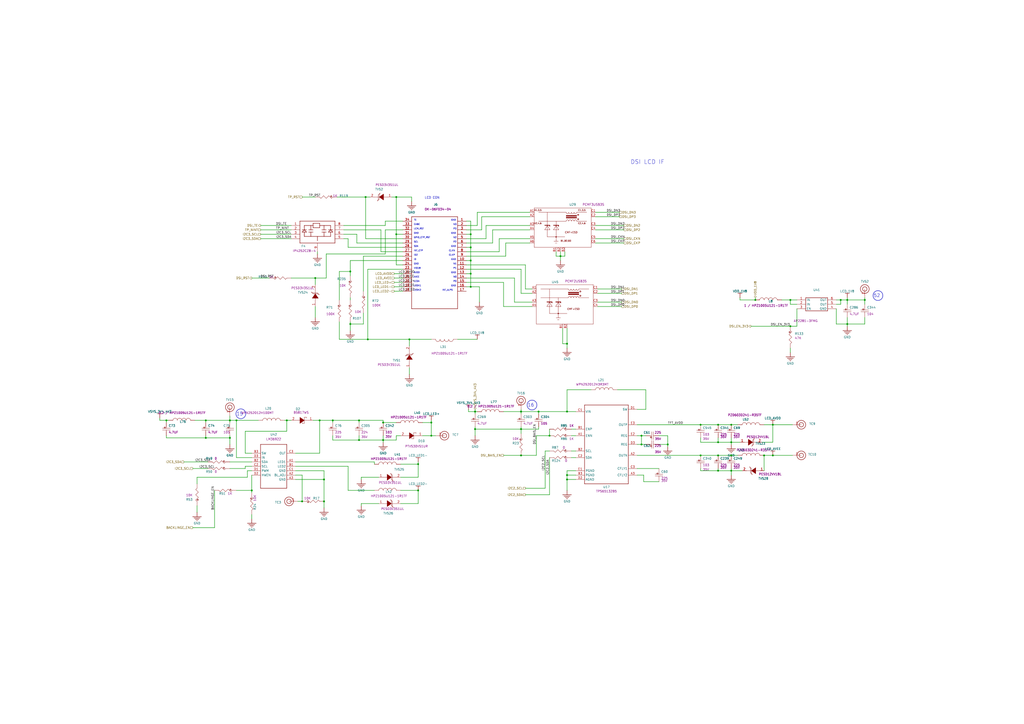
<source format=kicad_sch>
(kicad_sch (version 20231120) (generator "eeschema") (generator_version "8.0")
  (paper "A2")
  (title_block (title "Librem 5 Mainboard") (date "2024-03-21") (rev "v1.0.6") (company "Purism SPC") (comment 1 "GNU GPLv3+") (comment 2 "Copyright"))
  (junction (at 213.36 196.85))
  (junction (at 416.56 246.38))
  (junction (at 203.2 187.96))
  (junction (at 406.4 246.38))
  (junction (at 250.19 252.73))
  (junction (at 275.59 238.76))
  (junction (at 458.47 173.99))
  (junction (at 133.35 254))
  (junction (at 424.18 273.05))
  (junction (at 193.04 243.84))
  (junction (at 133.35 243.84))
  (junction (at 443.23 264.16))
  (junction (at 185.42 243.84))
  (junction (at 119.38 254))
  (junction (at 372.11 252.73))
  (junction (at 458.47 189.23))
  (junction (at 424.18 264.16))
  (junction (at 166.37 243.84))
  (junction (at 222.25 245.11))
  (junction (at 328.93 199.39))
  (junction (at 438.15 173.99))
  (junction (at 328.93 238.76))
  (junction (at 212.09 114.3))
  (junction (at 146.05 284.48))
  (junction (at 275.59 248.92))
  (junction (at 325.12 148.59))
  (junction (at 273.05 158.75))
  (junction (at 302.26 238.76))
  (junction (at 250.19 245.11))
  (junction (at 182.88 161.29))
  (junction (at 273.05 151.13))
  (junction (at 491.49 187.96))
  (junction (at 187.96 278.13))
  (junction (at 208.28 243.84))
  (junction (at 328.93 278.13))
  (junction (at 491.49 173.99))
  (junction (at 416.56 264.16))
  (junction (at 203.2 157.48))
  (junction (at 416.56 273.05))
  (junction (at 302.26 248.92))
  (junction (at 416.56 256.54))
  (junction (at 237.49 196.85))
  (junction (at 302.26 264.16))
  (junction (at 242.57 284.48))
  (junction (at 312.42 238.76))
  (junction (at 96.52 243.84))
  (junction (at 424.18 246.38))
  (junction (at 387.35 257.81))
  (junction (at 372.11 257.81))
  (junction (at 222.25 255.27))
  (junction (at 137.16 243.84))
  (junction (at 501.65 173.99))
  (junction (at 273.05 135.89))
  (junction (at 406.4 264.16))
  (junction (at 448.31 264.16))
  (junction (at 424.18 256.54))
  (junction (at 187.96 290.83))
  (junction (at 328.93 275.59))
  (junction (at 119.38 243.84))
  (junction (at 318.77 252.73))
  (junction (at 175.26 290.83))
  (junction (at 229.87 114.3))
  (junction (at 273.05 166.37))
  (junction (at 448.31 246.38))
  (junction (at 273.05 143.51))
  (junction (at 208.28 255.27))
  (junction (at 242.57 269.24))
  (junction (at 229.87 135.89))
  (junction (at 487.68 173.99))
  (wire (pts (xy 201.93 284.48) (xy 201.93 270.51)) (stroke (width 0.254)))
  (wire (pts (xy 233.68 143.51) (xy 201.93 143.51)) (stroke (width 0.254)))
  (wire (pts (xy 142.24 262.89) (xy 146.05 262.89)) (stroke (width 0.254)))
  (wire (pts (xy 316.23 261.62) (xy 316.23 283.21)) (stroke (width 0.254)))
  (wire (pts (xy 171.45 273.05) (xy 187.96 273.05)) (stroke (width 0.254)))
  (wire (pts (xy 233.68 133.35) (xy 223.52 133.35)) (stroke (width 0.254)))
  (wire (pts (xy 184.15 146.05) (xy 184.15 147.32)) (stroke (width 0.254)))
  (wire (pts (xy 182.88 177.8) (xy 182.88 184.15)) (stroke (width 0.254)))
  (wire (pts (xy 203.2 187.96) (xy 203.2 191.77)) (stroke (width 0.254)))
  (wire (pts (xy 458.47 189.23) (xy 435.61 189.23)) (stroke (width 0.254)))
  (wire (pts (xy 424.18 256.54) (xy 429.26 256.54)) (stroke (width 0.254)))
  (wire (pts (xy 281.94 138.43) (xy 281.94 130.81)) (stroke (width 0.254)))
  (wire (pts (xy 369.57 264.16) (xy 406.4 264.16)) (stroke (width 0.254)))
  (wire (pts (xy 195.58 114.3) (xy 212.09 114.3)) (stroke (width 0.254)))
  (wire (pts (xy 233.68 158.75) (xy 228.6 158.75)) (stroke (width 0.254)))
  (wire (pts (xy 181.61 243.84) (xy 185.42 243.84)) (stroke (width 0.254)))
  (wire (pts (xy 501.65 187.96) (xy 491.49 187.96)) (stroke (width 0.254)))
  (wire (pts (xy 334.01 278.13) (xy 328.93 278.13)) (stroke (width 0.254)))
  (wire (pts (xy 238.76 116.84) (xy 238.76 114.3)) (stroke (width 0.254)))
  (wire (pts (xy 318.77 261.62) (xy 316.23 261.62)) (stroke (width 0.254)))
  (wire (pts (xy 406.4 254) (xy 406.4 256.54)) (stroke (width 0.254)))
  (wire (pts (xy 270.51 151.13) (xy 273.05 151.13)) (stroke (width 0.254)))
  (wire (pts (xy 120.65 267.97) (xy 106.68 267.97)) (stroke (width 0.254)))
  (wire (pts (xy 120.65 271.78) (xy 111.76 271.78)) (stroke (width 0.254)))
  (wire (pts (xy 142.24 270.51) (xy 146.05 270.51)) (stroke (width 0.254)))
  (wire (pts (xy 222.25 256.54) (xy 222.25 255.27)) (stroke (width 0.254)))
  (wire (pts (xy 462.28 189.23) (xy 458.47 189.23)) (stroke (width 0.254)))
  (wire (pts (xy 487.68 176.53) (xy 487.68 173.99)) (stroke (width 0.254)))
  (wire (pts (xy 289.56 138.43) (xy 307.34 138.43)) (stroke (width 0.254)))
  (wire (pts (xy 187.96 294.64) (xy 187.96 290.83)) (stroke (width 0.254)))
  (wire (pts (xy 318.77 252.73) (xy 311.15 252.73)) (stroke (width 0.254)))
  (wire (pts (xy 487.68 173.99) (xy 491.49 173.99)) (stroke (width 0.254)))
  (wire (pts (xy 501.65 184.15) (xy 501.65 187.96)) (stroke (width 0.254)))
  (wire (pts (xy 311.15 252.73) (xy 311.15 264.16)) (stroke (width 0.254)))
  (wire (pts (xy 273.05 166.37) (xy 270.51 166.37)) (stroke (width 0.254)))
  (wire (pts (xy 222.25 255.27) (xy 208.28 255.27)) (stroke (width 0.254)))
  (wire (pts (xy 322.58 146.05) (xy 322.58 148.59)) (stroke (width 0.254)))
  (wire (pts (xy 168.91 133.35) (xy 151.13 133.35)) (stroke (width 0.254)))
  (wire (pts (xy 137.16 243.84) (xy 149.86 243.84)) (stroke (width 0.254)))
  (wire (pts (xy 207.01 135.89) (xy 199.39 135.89)) (stroke (width 0.254)))
  (wire (pts (xy 143.51 273.05) (xy 146.05 273.05)) (stroke (width 0.254)))
  (wire (pts (xy 346.71 175.26) (xy 360.68 175.26)) (stroke (width 0.254)))
  (wire (pts (xy 289.56 146.05) (xy 289.56 138.43)) (stroke (width 0.254)))
  (wire (pts (xy 424.18 254) (xy 424.18 256.54)) (stroke (width 0.254)))
  (wire (pts (xy 114.3 280.67) (xy 114.3 276.86)) (stroke (width 0.254)))
  (wire (pts (xy 189.23 161.29) (xy 182.88 161.29)) (stroke (width 0.254)))
  (wire (pts (xy 229.87 255.27) (xy 229.87 252.73)) (stroke (width 0.254)))
  (wire (pts (xy 201.93 143.51) (xy 201.93 138.43)) (stroke (width 0.254)))
  (wire (pts (xy 203.2 172.72) (xy 203.2 173.99)) (stroke (width 0.254)))
  (wire (pts (xy 325.12 146.05) (xy 325.12 148.59)) (stroke (width 0.254)))
  (wire (pts (xy 146.05 265.43) (xy 137.16 265.43)) (stroke (width 0.254)))
  (wire (pts (xy 369.57 252.73) (xy 372.11 252.73)) (stroke (width 0.254)))
  (wire (pts (xy 196.85 196.85) (xy 213.36 196.85)) (stroke (width 0.254)))
  (wire (pts (xy 416.56 246.38) (xy 424.18 246.38)) (stroke (width 0.254)))
  (wire (pts (xy 203.2 151.13) (xy 203.2 157.48)) (stroke (width 0.254)))
  (wire (pts (xy 133.35 252.73) (xy 133.35 254)) (stroke (width 0.254)))
  (wire (pts (xy 133.35 254) (xy 133.35 257.81)) (stroke (width 0.254)))
  (wire (pts (xy 416.56 271.78) (xy 416.56 273.05)) (stroke (width 0.254)))
  (wire (pts (xy 233.68 151.13) (xy 203.2 151.13)) (stroke (width 0.254)))
  (wire (pts (xy 208.28 255.27) (xy 208.28 252.73)) (stroke (width 0.254)))
  (wire (pts (xy 270.51 153.67) (xy 304.8 153.67)) (stroke (width 0.254)))
  (wire (pts (xy 210.82 148.59) (xy 210.82 168.91)) (stroke (width 0.254)))
  (wire (pts (xy 298.45 161.29) (xy 298.45 175.26)) (stroke (width 0.254)))
  (wire (pts (xy 208.28 243.84) (xy 193.04 243.84)) (stroke (width 0.254)))
  (wire (pts (xy 166.37 243.84) (xy 166.37 250.19)) (stroke (width 0.254)))
  (wire (pts (xy 342.9 226.06) (xy 328.93 226.06)) (stroke (width 0.254)))
  (wire (pts (xy 292.1 163.83) (xy 292.1 177.8)) (stroke (width 0.254)))
  (wire (pts (xy 276.86 130.81) (xy 276.86 123.19)) (stroke (width 0.254)))
  (wire (pts (xy 209.55 276.86) (xy 219.71 276.86)) (stroke (width 0.254)))
  (wire (pts (xy 346.71 170.18) (xy 360.68 170.18)) (stroke (width 0.254)))
  (wire (pts (xy 298.45 175.26) (xy 308.61 175.26)) (stroke (width 0.254)))
  (wire (pts (xy 137.16 265.43) (xy 137.16 243.84)) (stroke (width 0.254)))
  (wire (pts (xy 119.38 243.84) (xy 119.38 245.11)) (stroke (width 0.254)))
  (wire (pts (xy 222.25 255.27) (xy 229.87 255.27)) (stroke (width 0.254)))
  (wire (pts (xy 146.05 284.48) (xy 137.16 284.48)) (stroke (width 0.254)))
  (wire (pts (xy 185.42 262.89) (xy 171.45 262.89)) (stroke (width 0.254)))
  (wire (pts (xy 275.59 238.76) (xy 271.78 238.76)) (stroke (width 0.254)))
  (wire (pts (xy 326.39 190.5) (xy 326.39 199.39)) (stroke (width 0.254)))
  (wire (pts (xy 285.75 140.97) (xy 285.75 133.35)) (stroke (width 0.254)))
  (wire (pts (xy 220.98 146.05) (xy 220.98 133.35)) (stroke (width 0.254)))
  (wire (pts (xy 443.23 273.05) (xy 443.23 264.16)) (stroke (width 0.254)))
  (wire (pts (xy 326.39 199.39) (xy 328.93 199.39)) (stroke (width 0.254)))
  (wire (pts (xy 328.93 278.13) (xy 328.93 284.48)) (stroke (width 0.254)))
  (wire (pts (xy 311.15 264.16) (xy 302.26 264.16)) (stroke (width 0.254)))
  (wire (pts (xy 345.44 133.35) (xy 361.95 133.35)) (stroke (width 0.254)))
  (wire (pts (xy 406.4 271.78) (xy 406.4 273.05)) (stroke (width 0.254)))
  (wire (pts (xy 222.25 255.27) (xy 222.25 252.73)) (stroke (width 0.254)))
  (wire (pts (xy 424.18 256.54) (xy 424.18 257.81)) (stroke (width 0.254)))
  (wire (pts (xy 114.3 297.18) (xy 114.3 293.37)) (stroke (width 0.254)))
  (wire (pts (xy 220.98 133.35) (xy 199.39 133.35)) (stroke (width 0.254)))
  (wire (pts (xy 458.47 173.99) (xy 462.28 173.99)) (stroke (width 0.254)))
  (wire (pts (xy 316.23 283.21) (xy 304.8 283.21)) (stroke (width 0.254)))
  (wire (pts (xy 485.14 173.99) (xy 487.68 173.99)) (stroke (width 0.254)))
  (wire (pts (xy 328.93 226.06) (xy 328.93 238.76)) (stroke (width 0.254)))
  (wire (pts (xy 270.51 146.05) (xy 289.56 146.05)) (stroke (width 0.254)))
  (wire (pts (xy 292.1 177.8) (xy 308.61 177.8)) (stroke (width 0.254)))
  (wire (pts (xy 250.19 252.73) (xy 250.19 245.11)) (stroke (width 0.254)))
  (wire (pts (xy 193.04 243.84) (xy 193.04 245.11)) (stroke (width 0.254)))
  (wire (pts (xy 485.14 179.07) (xy 485.14 187.96)) (stroke (width 0.254)))
  (wire (pts (xy 318.77 287.02) (xy 304.8 287.02)) (stroke (width 0.254)))
  (wire (pts (xy 229.87 114.3) (xy 227.33 114.3)) (stroke (width 0.254)))
  (wire (pts (xy 223.52 130.81) (xy 223.52 128.27)) (stroke (width 0.254)))
  (wire (pts (xy 276.86 238.76) (xy 275.59 238.76)) (stroke (width 0.254)))
  (wire (pts (xy 209.55 292.1) (xy 219.71 292.1)) (stroke (width 0.254)))
  (wire (pts (xy 429.26 172.72) (xy 429.26 173.99)) (stroke (width 0.254)))
  (wire (pts (xy 168.91 130.81) (xy 151.13 130.81)) (stroke (width 0.254)))
  (wire (pts (xy 242.57 292.1) (xy 242.57 284.48)) (stroke (width 0.254)))
  (wire (pts (xy 271.78 238.76) (xy 271.78 237.49)) (stroke (width 0.254)))
  (wire (pts (xy 233.68 163.83) (xy 228.6 163.83)) (stroke (width 0.254)))
  (wire (pts (xy 196.85 186.69) (xy 196.85 196.85)) (stroke (width 0.254)))
  (wire (pts (xy 430.53 273.05) (xy 424.18 273.05)) (stroke (width 0.254)))
  (wire (pts (xy 318.77 248.92) (xy 318.77 252.73)) (stroke (width 0.254)))
  (wire (pts (xy 203.2 186.69) (xy 203.2 187.96)) (stroke (width 0.254)))
  (wire (pts (xy 424.18 273.05) (xy 424.18 275.59)) (stroke (width 0.254)))
  (wire (pts (xy 302.26 264.16) (xy 292.1 264.16)) (stroke (width 0.254)))
  (wire (pts (xy 273.05 128.27) (xy 273.05 135.89)) (stroke (width 0.254)))
  (wire (pts (xy 229.87 245.11) (xy 222.25 245.11)) (stroke (width 0.254)))
  (wire (pts (xy 387.35 252.73) (xy 387.35 257.81)) (stroke (width 0.254)))
  (wire (pts (xy 443.23 264.16) (xy 448.31 264.16)) (stroke (width 0.254)))
  (wire (pts (xy 97.79 243.84) (xy 96.52 243.84)) (stroke (width 0.254)))
  (wire (pts (xy 270.51 143.51) (xy 273.05 143.51)) (stroke (width 0.254)))
  (wire (pts (xy 318.77 265.43) (xy 318.77 287.02)) (stroke (width 0.254)))
  (wire (pts (xy 382.27 257.81) (xy 387.35 257.81)) (stroke (width 0.254)))
  (wire (pts (xy 302.26 237.49) (xy 302.26 238.76)) (stroke (width 0.254)))
  (wire (pts (xy 322.58 148.59) (xy 325.12 148.59)) (stroke (width 0.254)))
  (wire (pts (xy 328.93 273.05) (xy 328.93 275.59)) (stroke (width 0.254)))
  (wire (pts (xy 485.14 187.96) (xy 491.49 187.96)) (stroke (width 0.254)))
  (wire (pts (xy 233.68 146.05) (xy 220.98 146.05)) (stroke (width 0.254)))
  (wire (pts (xy 416.56 256.54) (xy 424.18 256.54)) (stroke (width 0.254)))
  (wire (pts (xy 229.87 135.89) (xy 229.87 114.3)) (stroke (width 0.254)))
  (wire (pts (xy 232.41 292.1) (xy 242.57 292.1)) (stroke (width 0.254)))
  (wire (pts (xy 233.68 168.91) (xy 228.6 168.91)) (stroke (width 0.254)))
  (wire (pts (xy 275.59 252.73) (xy 275.59 248.92)) (stroke (width 0.254)))
  (wire (pts (xy 212.09 138.43) (xy 233.68 138.43)) (stroke (width 0.254)))
  (wire (pts (xy 193.04 243.84) (xy 185.42 243.84)) (stroke (width 0.254)))
  (wire (pts (xy 201.93 138.43) (xy 199.39 138.43)) (stroke (width 0.254)))
  (wire (pts (xy 273.05 158.75) (xy 273.05 166.37)) (stroke (width 0.254)))
  (wire (pts (xy 189.23 147.32) (xy 189.23 161.29)) (stroke (width 0.254)))
  (wire (pts (xy 133.35 243.84) (xy 137.16 243.84)) (stroke (width 0.254)))
  (wire (pts (xy 501.65 176.53) (xy 501.65 173.99)) (stroke (width 0.254)))
  (wire (pts (xy 331.47 261.62) (xy 334.01 261.62)) (stroke (width 0.254)))
  (wire (pts (xy 210.82 187.96) (xy 210.82 181.61)) (stroke (width 0.254)))
  (wire (pts (xy 312.42 248.92) (xy 302.26 248.92)) (stroke (width 0.254)))
  (wire (pts (xy 182.88 165.1) (xy 182.88 161.29)) (stroke (width 0.254)))
  (wire (pts (xy 242.57 269.24) (xy 242.57 267.97)) (stroke (width 0.254)))
  (wire (pts (xy 133.35 245.11) (xy 133.35 243.84)) (stroke (width 0.254)))
  (wire (pts (xy 92.71 243.84) (xy 92.71 242.57)) (stroke (width 0.254)))
  (wire (pts (xy 346.71 167.64) (xy 360.68 167.64)) (stroke (width 0.254)))
  (wire (pts (xy 406.4 264.16) (xy 416.56 264.16)) (stroke (width 0.254)))
  (wire (pts (xy 187.96 273.05) (xy 187.96 278.13)) (stroke (width 0.254)))
  (wire (pts (xy 424.18 246.38) (xy 427.99 246.38)) (stroke (width 0.254)))
  (wire (pts (xy 485.14 176.53) (xy 487.68 176.53)) (stroke (width 0.254)))
  (wire (pts (xy 199.39 130.81) (xy 223.52 130.81)) (stroke (width 0.254)))
  (wire (pts (xy 168.91 138.43) (xy 151.13 138.43)) (stroke (width 0.254)))
  (wire (pts (xy 203.2 187.96) (xy 210.82 187.96)) (stroke (width 0.254)))
  (wire (pts (xy 279.4 133.35) (xy 279.4 125.73)) (stroke (width 0.254)))
  (wire (pts (xy 501.65 173.99) (xy 491.49 173.99)) (stroke (width 0.254)))
  (wire (pts (xy 270.51 156.21) (xy 302.26 156.21)) (stroke (width 0.254)))
  (wire (pts (xy 142.24 271.78) (xy 142.24 270.51)) (stroke (width 0.254)))
  (wire (pts (xy 275.59 240.03) (xy 275.59 238.76)) (stroke (width 0.254)))
  (wire (pts (xy 96.52 243.84) (xy 96.52 245.11)) (stroke (width 0.254)))
  (wire (pts (xy 345.44 138.43) (xy 361.95 138.43)) (stroke (width 0.254)))
  (wire (pts (xy 328.93 275.59) (xy 328.93 278.13)) (stroke (width 0.254)))
  (wire (pts (xy 302.26 156.21) (xy 302.26 170.18)) (stroke (width 0.254)))
  (wire (pts (xy 196.85 157.48) (xy 203.2 157.48)) (stroke (width 0.254)))
  (wire (pts (xy 279.4 125.73) (xy 307.34 125.73)) (stroke (width 0.254)))
  (wire (pts (xy 133.35 267.97) (xy 146.05 267.97)) (stroke (width 0.254)))
  (wire (pts (xy 373.38 279.4) (xy 382.27 279.4)) (stroke (width 0.254)))
  (wire (pts (xy 302.26 170.18) (xy 308.61 170.18)) (stroke (width 0.254)))
  (wire (pts (xy 233.68 153.67) (xy 229.87 153.67)) (stroke (width 0.254)))
  (wire (pts (xy 443.23 246.38) (xy 448.31 246.38)) (stroke (width 0.254)))
  (wire (pts (xy 438.15 172.72) (xy 438.15 173.99)) (stroke (width 0.254)))
  (wire (pts (xy 270.51 128.27) (xy 273.05 128.27)) (stroke (width 0.254)))
  (wire (pts (xy 270.51 148.59) (xy 293.37 148.59)) (stroke (width 0.254)))
  (wire (pts (xy 462.28 176.53) (xy 458.47 176.53)) (stroke (width 0.254)))
  (wire (pts (xy 424.18 264.16) (xy 416.56 264.16)) (stroke (width 0.254)))
  (wire (pts (xy 209.55 293.37) (xy 209.55 292.1)) (stroke (width 0.254)))
  (wire (pts (xy 448.31 256.54) (xy 448.31 246.38)) (stroke (width 0.254)))
  (wire (pts (xy 374.65 252.73) (xy 372.11 252.73)) (stroke (width 0.254)))
  (wire (pts (xy 233.68 140.97) (xy 207.01 140.97)) (stroke (width 0.254)))
  (wire (pts (xy 142.24 250.19) (xy 142.24 262.89)) (stroke (width 0.254)))
  (wire (pts (xy 441.96 256.54) (xy 448.31 256.54)) (stroke (width 0.254)))
  (wire (pts (xy 245.11 245.11) (xy 250.19 245.11)) (stroke (width 0.254)))
  (wire (pts (xy 304.8 153.67) (xy 304.8 167.64)) (stroke (width 0.254)))
  (wire (pts (xy 208.28 243.84) (xy 208.28 245.11)) (stroke (width 0.254)))
  (wire (pts (xy 331.47 252.73) (xy 334.01 252.73)) (stroke (width 0.254)))
  (wire (pts (xy 275.59 237.49) (xy 275.59 238.76)) (stroke (width 0.254)))
  (wire (pts (xy 119.38 254) (xy 133.35 254)) (stroke (width 0.254)))
  (wire (pts (xy 222.25 245.11) (xy 222.25 243.84)) (stroke (width 0.254)))
  (wire (pts (xy 458.47 201.93) (xy 458.47 204.47)) (stroke (width 0.254)))
  (wire (pts (xy 345.44 140.97) (xy 361.95 140.97)) (stroke (width 0.254)))
  (wire (pts (xy 273.05 143.51) (xy 273.05 151.13)) (stroke (width 0.254)))
  (wire (pts (xy 331.47 265.43) (xy 334.01 265.43)) (stroke (width 0.254)))
  (wire (pts (xy 302.26 251.46) (xy 302.26 248.92)) (stroke (width 0.254)))
  (wire (pts (xy 491.49 187.96) (xy 491.49 184.15)) (stroke (width 0.254)))
  (wire (pts (xy 223.52 128.27) (xy 233.68 128.27)) (stroke (width 0.254)))
  (wire (pts (xy 270.51 140.97) (xy 285.75 140.97)) (stroke (width 0.254)))
  (wire (pts (xy 223.52 147.32) (xy 189.23 147.32)) (stroke (width 0.254)))
  (wire (pts (xy 501.65 172.72) (xy 501.65 173.99)) (stroke (width 0.254)))
  (wire (pts (xy 302.26 240.03) (xy 302.26 238.76)) (stroke (width 0.254)))
  (wire (pts (xy 406.4 246.38) (xy 369.57 246.38)) (stroke (width 0.254)))
  (wire (pts (xy 213.36 196.85) (xy 213.36 156.21)) (stroke (width 0.254)))
  (wire (pts (xy 372.11 252.73) (xy 372.11 257.81)) (stroke (width 0.254)))
  (wire (pts (xy 96.52 254) (xy 119.38 254)) (stroke (width 0.254)))
  (wire (pts (xy 281.94 130.81) (xy 307.34 130.81)) (stroke (width 0.254)))
  (wire (pts (xy 146.05 275.59) (xy 146.05 284.48)) (stroke (width 0.254)))
  (wire (pts (xy 458.47 176.53) (xy 458.47 173.99)) (stroke (width 0.254)))
  (wire (pts (xy 156.21 161.29) (xy 146.05 161.29)) (stroke (width 0.254)))
  (wire (pts (xy 459.74 264.16) (xy 448.31 264.16)) (stroke (width 0.254)))
  (wire (pts (xy 312.42 240.03) (xy 312.42 238.76)) (stroke (width 0.254)))
  (wire (pts (xy 217.17 269.24) (xy 217.17 267.97)) (stroke (width 0.254)))
  (wire (pts (xy 429.26 173.99) (xy 438.15 173.99)) (stroke (width 0.254)))
  (wire (pts (xy 265.43 196.85) (xy 276.86 196.85)) (stroke (width 0.254)))
  (wire (pts (xy 345.44 125.73) (xy 359.41 125.73)) (stroke (width 0.254)))
  (wire (pts (xy 345.44 123.19) (xy 359.41 123.19)) (stroke (width 0.254)))
  (wire (pts (xy 233.68 161.29) (xy 228.6 161.29)) (stroke (width 0.254)))
  (wire (pts (xy 119.38 252.73) (xy 119.38 254)) (stroke (width 0.254)))
  (wire (pts (xy 328.93 199.39) (xy 328.93 190.5)) (stroke (width 0.254)))
  (wire (pts (xy 270.51 158.75) (xy 273.05 158.75)) (stroke (width 0.254)))
  (wire (pts (xy 201.93 270.51) (xy 171.45 270.51)) (stroke (width 0.254)))
  (wire (pts (xy 207.01 140.97) (xy 207.01 135.89)) (stroke (width 0.254)))
  (wire (pts (xy 453.39 173.99) (xy 458.47 173.99)) (stroke (width 0.254)))
  (wire (pts (xy 166.37 243.84) (xy 168.91 243.84)) (stroke (width 0.254)))
  (wire (pts (xy 212.09 114.3) (xy 214.63 114.3)) (stroke (width 0.254)))
  (wire (pts (xy 334.01 238.76) (xy 328.93 238.76)) (stroke (width 0.254)))
  (wire (pts (xy 270.51 133.35) (xy 279.4 133.35)) (stroke (width 0.254)))
  (wire (pts (xy 171.45 275.59) (xy 175.26 275.59)) (stroke (width 0.254)))
  (wire (pts (xy 223.52 133.35) (xy 223.52 147.32)) (stroke (width 0.254)))
  (wire (pts (xy 175.26 290.83) (xy 172.72 290.83)) (stroke (width 0.254)))
  (wire (pts (xy 406.4 273.05) (xy 416.56 273.05)) (stroke (width 0.254)))
  (wire (pts (xy 212.09 114.3) (xy 212.09 138.43)) (stroke (width 0.254)))
  (wire (pts (xy 406.4 256.54) (xy 416.56 256.54)) (stroke (width 0.254)))
  (wire (pts (xy 270.51 163.83) (xy 292.1 163.83)) (stroke (width 0.254)))
  (wire (pts (xy 334.01 275.59) (xy 328.93 275.59)) (stroke (width 0.254)))
  (wire (pts (xy 374.65 226.06) (xy 374.65 237.49)) (stroke (width 0.254)))
  (wire (pts (xy 374.65 237.49) (xy 369.57 237.49)) (stroke (width 0.254)))
  (wire (pts (xy 146.05 285.75) (xy 146.05 284.48)) (stroke (width 0.254)))
  (wire (pts (xy 345.44 130.81) (xy 361.95 130.81)) (stroke (width 0.254)))
  (wire (pts (xy 416.56 273.05) (xy 424.18 273.05)) (stroke (width 0.254)))
  (wire (pts (xy 372.11 257.81) (xy 374.65 257.81)) (stroke (width 0.254)))
  (wire (pts (xy 229.87 153.67) (xy 229.87 135.89)) (stroke (width 0.254)))
  (wire (pts (xy 270.51 135.89) (xy 273.05 135.89)) (stroke (width 0.254)))
  (wire (pts (xy 302.26 247.65) (xy 302.26 248.92)) (stroke (width 0.254)))
  (wire (pts (xy 491.49 173.99) (xy 491.49 172.72)) (stroke (width 0.254)))
  (wire (pts (xy 245.11 252.73) (xy 250.19 252.73)) (stroke (width 0.254)))
  (wire (pts (xy 325.12 148.59) (xy 327.66 148.59)) (stroke (width 0.254)))
  (wire (pts (xy 133.35 271.78) (xy 142.24 271.78)) (stroke (width 0.254)))
  (wire (pts (xy 185.42 243.84) (xy 185.42 262.89)) (stroke (width 0.254)))
  (wire (pts (xy 462.28 179.07) (xy 462.28 189.23)) (stroke (width 0.254)))
  (wire (pts (xy 369.57 257.81) (xy 372.11 257.81)) (stroke (width 0.254)))
  (wire (pts (xy 273.05 166.37) (xy 278.13 166.37)) (stroke (width 0.254)))
  (wire (pts (xy 168.91 135.89) (xy 151.13 135.89)) (stroke (width 0.254)))
  (wire (pts (xy 427.99 264.16) (xy 424.18 264.16)) (stroke (width 0.254)))
  (wire (pts (xy 209.55 278.13) (xy 209.55 276.86)) (stroke (width 0.254)))
  (wire (pts (xy 213.36 196.85) (xy 237.49 196.85)) (stroke (width 0.254)))
  (wire (pts (xy 491.49 189.23) (xy 491.49 187.96)) (stroke (width 0.254)))
  (wire (pts (xy 459.74 246.38) (xy 448.31 246.38)) (stroke (width 0.254)))
  (wire (pts (xy 242.57 276.86) (xy 242.57 269.24)) (stroke (width 0.254)))
  (wire (pts (xy 275.59 247.65) (xy 275.59 248.92)) (stroke (width 0.254)))
  (wire (pts (xy 124.46 306.07) (xy 111.76 306.07)) (stroke (width 0.254)))
  (wire (pts (xy 424.18 271.78) (xy 424.18 273.05)) (stroke (width 0.254)))
  (wire (pts (xy 217.17 284.48) (xy 201.93 284.48)) (stroke (width 0.254)))
  (wire (pts (xy 382.27 252.73) (xy 387.35 252.73)) (stroke (width 0.254)))
  (wire (pts (xy 193.04 252.73) (xy 193.04 255.27)) (stroke (width 0.254)))
  (wire (pts (xy 312.42 247.65) (xy 312.42 248.92)) (stroke (width 0.254)))
  (wire (pts (xy 203.2 157.48) (xy 203.2 160.02)) (stroke (width 0.254)))
  (wire (pts (xy 196.85 173.99) (xy 196.85 157.48)) (stroke (width 0.254)))
  (wire (pts (xy 213.36 156.21) (xy 233.68 156.21)) (stroke (width 0.254)))
  (wire (pts (xy 165.1 243.84) (xy 166.37 243.84)) (stroke (width 0.254)))
  (wire (pts (xy 182.88 161.29) (xy 168.91 161.29)) (stroke (width 0.254)))
  (wire (pts (xy 270.51 138.43) (xy 281.94 138.43)) (stroke (width 0.254)))
  (wire (pts (xy 334.01 273.05) (xy 328.93 273.05)) (stroke (width 0.254)))
  (wire (pts (xy 278.13 166.37) (xy 278.13 175.26)) (stroke (width 0.254)))
  (wire (pts (xy 285.75 133.35) (xy 307.34 133.35)) (stroke (width 0.254)))
  (wire (pts (xy 237.49 196.85) (xy 237.49 200.66)) (stroke (width 0.254)))
  (wire (pts (xy 250.19 196.85) (xy 237.49 196.85)) (stroke (width 0.254)))
  (wire (pts (xy 491.49 176.53) (xy 491.49 173.99)) (stroke (width 0.254)))
  (wire (pts (xy 133.35 241.3) (xy 133.35 243.84)) (stroke (width 0.254)))
  (wire (pts (xy 187.96 278.13) (xy 171.45 278.13)) (stroke (width 0.254)))
  (wire (pts (xy 187.96 290.83) (xy 187.96 278.13)) (stroke (width 0.254)))
  (wire (pts (xy 233.68 135.89) (xy 229.87 135.89)) (stroke (width 0.254)))
  (wire (pts (xy 387.35 257.81) (xy 387.35 259.08)) (stroke (width 0.254)))
  (wire (pts (xy 312.42 238.76) (xy 328.93 238.76)) (stroke (width 0.254)))
  (wire (pts (xy 250.19 245.11) (xy 250.19 243.84)) (stroke (width 0.254)))
  (wire (pts (xy 331.47 248.92) (xy 334.01 248.92)) (stroke (width 0.254)))
  (wire (pts (xy 238.76 114.3) (xy 229.87 114.3)) (stroke (width 0.254)))
  (wire (pts (xy 358.14 226.06) (xy 374.65 226.06)) (stroke (width 0.254)))
  (wire (pts (xy 232.41 269.24) (xy 242.57 269.24)) (stroke (width 0.254)))
  (wire (pts (xy 252.73 252.73) (xy 250.19 252.73)) (stroke (width 0.254)))
  (wire (pts (xy 273.05 151.13) (xy 273.05 158.75)) (stroke (width 0.254)))
  (wire (pts (xy 304.8 167.64) (xy 308.61 167.64)) (stroke (width 0.254)))
  (wire (pts (xy 237.49 213.36) (xy 237.49 217.17)) (stroke (width 0.254)))
  (wire (pts (xy 369.57 275.59) (xy 373.38 275.59)) (stroke (width 0.254)))
  (wire (pts (xy 193.04 255.27) (xy 208.28 255.27)) (stroke (width 0.254)))
  (wire (pts (xy 143.51 276.86) (xy 143.51 273.05)) (stroke (width 0.254)))
  (wire (pts (xy 276.86 123.19) (xy 307.34 123.19)) (stroke (width 0.254)))
  (wire (pts (xy 328.93 199.39) (xy 328.93 201.93)) (stroke (width 0.254)))
  (wire (pts (xy 113.03 243.84) (xy 119.38 243.84)) (stroke (width 0.254)))
  (wire (pts (xy 182.88 114.3) (xy 175.26 114.3)) (stroke (width 0.254)))
  (wire (pts (xy 416.56 254) (xy 416.56 256.54)) (stroke (width 0.254)))
  (wire (pts (xy 373.38 275.59) (xy 373.38 279.4)) (stroke (width 0.254)))
  (wire (pts (xy 270.51 130.81) (xy 276.86 130.81)) (stroke (width 0.254)))
  (wire (pts (xy 124.46 284.48) (xy 124.46 306.07)) (stroke (width 0.254)))
  (wire (pts (xy 233.68 148.59) (xy 210.82 148.59)) (stroke (width 0.254)))
  (wire (pts (xy 273.05 135.89) (xy 273.05 143.51)) (stroke (width 0.254)))
  (wire (pts (xy 217.17 267.97) (xy 171.45 267.97)) (stroke (width 0.254)))
  (wire (pts (xy 233.68 166.37) (xy 228.6 166.37)) (stroke (width 0.254)))
  (wire (pts (xy 346.71 177.8) (xy 360.68 177.8)) (stroke (width 0.254)))
  (wire (pts (xy 96.52 252.73) (xy 96.52 254)) (stroke (width 0.254)))
  (wire (pts (xy 293.37 148.59) (xy 293.37 140.97)) (stroke (width 0.254)))
  (wire (pts (xy 416.56 246.38) (xy 406.4 246.38)) (stroke (width 0.254)))
  (wire (pts (xy 96.52 243.84) (xy 92.71 243.84)) (stroke (width 0.254)))
  (wire (pts (xy 293.37 140.97) (xy 307.34 140.97)) (stroke (width 0.254)))
  (wire (pts (xy 327.66 148.59) (xy 327.66 146.05)) (stroke (width 0.254)))
  (wire (pts (xy 270.51 161.29) (xy 298.45 161.29)) (stroke (width 0.254)))
  (wire (pts (xy 232.41 276.86) (xy 242.57 276.86)) (stroke (width 0.254)))
  (wire (pts (xy 119.38 243.84) (xy 133.35 243.84)) (stroke (width 0.254)))
  (wire (pts (xy 275.59 248.92) (xy 302.26 248.92)) (stroke (width 0.254)))
  (wire (pts (xy 302.26 238.76) (xy 312.42 238.76)) (stroke (width 0.254)))
  (wire (pts (xy 166.37 250.19) (xy 142.24 250.19)) (stroke (width 0.254)))
  (wire (pts (xy 114.3 276.86) (xy 143.51 276.86)) (stroke (width 0.254)))
  (wire (pts (xy 369.57 271.78) (xy 382.27 271.78)) (stroke (width 0.254)))
  (wire (pts (xy 232.41 284.48) (xy 242.57 284.48)) (stroke (width 0.254)))
  (wire (pts (xy 222.25 243.84) (xy 208.28 243.84)) (stroke (width 0.254)))
  (wire (pts (xy 325.12 148.59) (xy 325.12 151.13)) (stroke (width 0.254)))
  (wire (pts (xy 146.05 298.45) (xy 146.05 300.99)) (stroke (width 0.254)))
  (wire (pts (xy 229.87 252.73) (xy 232.41 252.73)) (stroke (width 0.254)))
  (wire (pts (xy 292.1 238.76) (xy 302.26 238.76)) (stroke (width 0.254)))
  (wire (pts (xy 175.26 275.59) (xy 175.26 290.83)) (stroke (width 0.254)))
  (circle (center 509.27 171.45) (radius 2.845) (stroke (width 0.254)))
  (circle (center 308.61 234.95) (radius 2.845) (stroke (width 0.254)))
  (circle (center 139.7 240.03) (radius 2.845) (stroke (width 0.254)))
  (text "INT_ALPS" (at 256.54 168.91 0) (effects (font (size 0.889 0.889)) (justify left bottom)))
  (text "P1" (at 262.89 156.21 0) (effects (font (size 0.889 0.889)) (justify left bottom)))
  (text "LCD CON" (at 246.38 115.57 0) (effects (font (size 1.27 1.27)) (justify left bottom)))
  (text "TE" (at 240.03 128.27 0) (effects (font (size 0.889 0.889)) (justify left bottom)))
  (text "DSI LCD IF" (at 365.76 95.504 0) (effects (font (size 2.413 2.413)) (justify left bottom)))
  (text "GND" (at 261.62 128.27 0) (effects (font (size 0.889 0.889)) (justify left bottom)))
  (text "CLKN" (at 260.35 146.05 0) (effects (font (size 0.889 0.889)) (justify left bottom)))
  (text "LEDA" (at 240.03 163.83 0) (effects (font (size 0.889 0.889)) (justify left bottom)))
  (text "INT_CTP" (at 240.03 146.05 0) (effects (font (size 0.889 0.889)) (justify left bottom)))
  (text "NO" (at 262.89 161.29 0) (effects (font (size 0.889 0.889)) (justify left bottom)))
  (text "N3" (at 262.89 130.81 0) (effects (font (size 0.889 0.889)) (justify left bottom)))
  (text "LCM_RST" (at 240.03 133.35 0) (effects (font (size 0.889 0.889)) (justify left bottom)))
  (text "GND" (at 261.62 135.89 0) (effects (font (size 0.889 0.889)) (justify left bottom)))
  (text "AVDD" (at 240.03 158.75 0) (effects (font (size 0.889 0.889)) (justify left bottom)))
  (text "P2" (at 262.89 140.97 0) (effects (font (size 0.889 0.889)) (justify left bottom)))
  (text "GND" (at 261.62 151.13 0) (effects (font (size 0.889 0.889)) (justify left bottom)))
  (text "LEDK1" (at 240.03 166.37 0) (effects (font (size 0.889 0.889)) (justify left bottom)))
  (text "SDA" (at 240.03 143.51 0) (effects (font (size 0.889 0.889)) (justify left bottom)))
  (text "GND" (at 261.62 143.51 0) (effects (font (size 0.889 0.889)) (justify left bottom)))
  (text "GND" (at 261.62 166.37 0) (effects (font (size 0.889 0.889)) (justify left bottom)))
  (text "VIO18" (at 240.03 156.21 0) (effects (font (size 0.889 0.889)) (justify left bottom)))
  (text "SCL" (at 240.03 140.97 0) (effects (font (size 0.889 0.889)) (justify left bottom)))
  (text "GND" (at 240.03 153.67 0) (effects (font (size 0.889 0.889)) (justify left bottom)))
  (text "GPIO_CTP_RST" (at 240.03 138.43 0) (effects (font (size 0.889 0.889)) (justify left bottom)))
  (text "GND" (at 240.03 135.89 0) (effects (font (size 0.889 0.889)) (justify left bottom)))
  (text "N1" (at 262.89 153.67 0) (effects (font (size 0.889 0.889)) (justify left bottom)))
  (text "CLKP" (at 260.35 148.59 0) (effects (font (size 0.889 0.889)) (justify left bottom)))
  (text "16" (at 306.07 236.22 0) (effects (font (size 1.905 1.905)) (justify left bottom)))
  (text "PO" (at 262.89 163.83 0) (effects (font (size 0.889 0.889)) (justify left bottom)))
  (text "CABC" (at 240.03 130.81 0) (effects (font (size 0.889 0.889)) (justify left bottom)))
  (text "LEDK2" (at 240.03 168.91 0) (effects (font (size 0.889 0.889)) (justify left bottom)))
  (text "ID2" (at 240.03 148.59 0) (effects (font (size 0.889 0.889)) (justify left bottom)))
  (text "ID" (at 240.03 151.13 0) (effects (font (size 0.889 0.889)) (justify left bottom)))
  (text "15" (at 137.16 241.3 0) (effects (font (size 1.905 1.905)) (justify left bottom)))
  (text "AVEE" (at 240.03 161.29 0) (effects (font (size 0.889 0.889)) (justify left bottom)))
  (text "GND" (at 261.62 158.75 0) (effects (font (size 0.889 0.889)) (justify left bottom)))
  (text "P3" (at 262.89 133.35 0) (effects (font (size 0.889 0.889)) (justify left bottom)))
  (text "N2" (at 262.89 138.43 0) (effects (font (size 0.889 0.889)) (justify left bottom)))
  (text "52" (at 506.73 172.72 0) (effects (font (size 1.905 1.905)) (justify left bottom)))
  (label "DSI_DP2" (at 354.33 133.35 0))
  (label "DSI_DN0" (at 354.33 175.26 0))
  (label "DSI_CKN" (at 354.33 138.43 0))
  (label "DSI_EN_3V3" (at 447.04 189.23 0))
  (label "LCD_LED+" (at 231.14 163.83 0))
  (label "I2C3_SDA" (at 160.02 138.43 0))
  (label "I2C2_SDA" (at 318.77 275.59 90))
  (label "TP_NINT" (at 160.02 133.35 0))
  (label "I2C3_SDA" (at 113.03 267.97 0))
  (label "DSI_DN3" (at 351.79 123.19 0))
  (label "LCD_LED1-" (at 231.14 166.37 0))
  (label "DSI_DP1" (at 354.33 170.18 0))
  (label "TP_RST" (at 179.07 114.3 0))
  (label "DSI_RST" (at 151.13 161.29 0))
  (label "DSI_DP3" (at 351.79 125.73 0))
  (label "I2C2_SCL" (at 316.23 273.05 90))
  (label "LCD_LED2-" (at 231.14 168.91 0))
  (label "LCD_AVDD" (at 231.14 158.75 0))
  (label "DSI_DN2" (at 354.33 130.81 0))
  (label "TFT_AVDD" (at 387.35 246.38 0))
  (label "DSI_TE" (at 160.02 130.81 0))
  (label "DSI_BAIS_EN" (at 311.15 257.81 90))
  (label "LCD_AVEE" (at 231.14 161.29 0))
  (label "I2C3_SCL" (at 115.57 271.78 0))
  (label "I2C3_SCL" (at 160.02 135.89 0))
  (label "BACKLINGE_EN" (at 124.46 295.91 90))
  (label "DSI_CKP" (at 354.33 140.97 0))
  (label "DSI_DP0" (at 354.33 177.8 0))
  (label "DSI_DN1" (at 354.33 167.64 0))
  (hierarchical_label "DSI_DN0" (shape passive) (at 360.68 175.26 0))
  (hierarchical_label "LCD_LED2-" (shape passive) (at 228.6 168.91 180))
  (hierarchical_label "DSI_RST" (shape output) (at 146.05 161.29 180))
  (hierarchical_label "VDD_1V8" (shape bidirectional) (at 438.15 172.72 90))
  (hierarchical_label "DSI_BAIS_EN" (shape passive) (at 292.1 264.16 180))
  (hierarchical_label "I2C3_SCL" (shape passive) (at 151.13 135.89 180))
  (hierarchical_label "I2C2_SCL" (shape passive) (at 304.8 283.21 180))
  (hierarchical_label "DSI_DN1" (shape passive) (at 360.68 167.64 0))
  (hierarchical_label "TP_NINT" (shape passive) (at 151.13 133.35 180))
  (hierarchical_label "DSI_TE" (shape output) (at 151.13 130.81 180))
  (hierarchical_label "LCD_LED1-" (shape passive) (at 228.6 166.37 180))
  (hierarchical_label "LCD_LED+" (shape passive) (at 228.6 163.83 180))
  (hierarchical_label "DSI_EN_3V3" (shape output) (at 435.61 189.23 180))
  (hierarchical_label "DSI_DN3" (shape passive) (at 359.41 123.19 0))
  (hierarchical_label "I2C2_SDA" (shape passive) (at 304.8 287.02 180))
  (hierarchical_label "DSI_CKN" (shape passive) (at 361.95 138.43 0))
  (hierarchical_label "I2C3_SDA" (shape passive) (at 106.68 267.97 180))
  (hierarchical_label "VSYS_3V4_4V3" (shape bidirectional) (at 275.59 237.49 90))
  (hierarchical_label "LCD_AVEE" (shape passive) (at 228.6 161.29 180))
  (hierarchical_label "DSI_DP1" (shape passive) (at 360.68 170.18 0))
  (hierarchical_label "DSI_DP0" (shape passive) (at 360.68 177.8 0))
  (hierarchical_label "I2C3_SDA" (shape passive) (at 151.13 138.43 180))
  (hierarchical_label "I2C3_SCL" (shape passive) (at 111.76 271.78 180))
  (hierarchical_label "DSI_CKP" (shape passive) (at 361.95 140.97 0))
  (hierarchical_label "TP_RST" (shape passive) (at 175.26 114.3 180))
  (hierarchical_label "BACKLINGE_EN" (shape passive) (at 111.76 306.07 180))
  (hierarchical_label "DSI_DN2" (shape passive) (at 361.95 130.81 0))
  (hierarchical_label "DSI_DP3" (shape passive) (at 359.41 125.73 0))
  (hierarchical_label "LCD_AVDD" (shape passive) (at 228.6 158.75 180))
  (hierarchical_label "DSI_DP2" (shape passive) (at 361.95 133.35 0))
  (symbol (lib_id "C-19_TFT_TP_MOTO:root_2_mirrored_TEST-POINT") (at 464.82 246.38 0) (unit 1)
    (property "Reference" "TC9" (at 471.17 245.11 0) (effects (justify top)))
    (property "Value" "TEST-POINT" (effects (hide yes)))
    (property "Footprint" "SIP-1PE" (effects (hide yes)))
    (property "PCB DECAL" "SIP-1PE" (effects (hide yes)))
    (property "VALUE" "M3" (effects (hide yes)))
    (property "GEOMETRY.HEIGHT" "0.1MM" (effects (hide yes)))
    (property "DESCRIPTION" "Z" (effects (hide yes)))
  )
  (symbol (lib_id "C-19_TFT_TP_MOTO:GND") (at 491.49 189.23 0) (unit 1)
    (property "Reference" "#PWR?" (effects (hide yes)))
    (property "Value" "GND" (at 491.49 195.58 0))
  )
  (symbol (lib_id "C-19_TFT_TP_MOTO:root_3_RES_2") (at 123.19 269.24 0) (unit 1)
    (property "Reference" "R50" (at 119.38 274.32 0) (effects (justify left bottom)))
    (property "Value" "RES_2" (effects (hide yes)))
    (property "Footprint" "RES-0201" (effects (hide yes)))
    (property "DESCRIPTION" "Resistor Chip 0201 0R Ohm 1/16W 1% RALEC" (effects (hide yes)))
    (property "PCB DECAL" "RES-0201" (effects (hide yes)))
    (property "VALUE" "0" (at 124.46 274.32 0) (effects (justify left bottom)))
    (property "GEOMETRY.HEIGHT" "0.3MM" (effects (hide yes)))
    (property "PCB FOOTPRINT" "201" (effects (hide yes)))
  )
  (symbol (lib_id "C-19_TFT_TP_MOTO:root_3_RES_2") (at 321.31 250.19 0) (unit 1)
    (property "Reference" "R86" (at 325.12 255.27 0) (effects (justify left bottom)))
    (property "Value" "RES_2" (effects (hide yes)))
    (property "Footprint" "RES-0201" (effects (hide yes)))
    (property "DESCRIPTION" "Resistor Chip 0201 1K Ohm 1/16W 1% RALEC" (effects (hide yes)))
    (property "PCB DECAL" "RES-0201" (effects (hide yes)))
    (property "VALUE" "1K" (at 330.2 255.27 0) (effects (justify left bottom)))
    (property "GEOMETRY.HEIGHT" "0.3MM" (effects (hide yes)))
    (property "PCB FOOTPRINT" "201" (effects (hide yes)))
  )
  (symbol (lib_id "C-19_TFT_TP_MOTO:root_3_RES_2") (at 321.31 262.89 0) (unit 1)
    (property "Reference" "R124" (at 320.04 267.97 0) (effects (justify left bottom)))
    (property "Value" "RES_2" (effects (hide yes)))
    (property "Footprint" "RES-0201" (effects (hide yes)))
    (property "DESCRIPTION" "Resistor Chip 0201 0R Ohm 1/16W 1% RALEC" (effects (hide yes)))
    (property "PCB DECAL" "RES-0201" (effects (hide yes)))
    (property "VALUE" "0" (at 327.66 267.97 0) (effects (justify left bottom)))
    (property "GEOMETRY.HEIGHT" "0.3MM" (effects (hide yes)))
    (property "PCB FOOTPRINT" "201" (effects (hide yes)))
  )
  (symbol (lib_id "C-19_TFT_TP_MOTO:root_0_TVS_0402_882") (at 222.25 294.64 0) (unit 1)
    (property "Reference" "TVS26" (at 222.25 298.45 0) (effects (justify left bottom)))
    (property "Value" "TVS_0402_882" (effects (hide yes)))
    (property "Footprint" "TVS-0402-882" (effects (hide yes)))
    (property "PCB DECAL" "TVS-0402-882" (effects (hide yes)))
    (property "DESCRIPTION" "IC ESD 3V3 200pF 30KV  SOD882 µ¥Ïò" (effects (hide yes)))
    (property "VALUE" "PESD3V3S1UL" (at 220.98 295.91 0) (effects (justify left bottom)))
    (property "GEOMETRY.HEIGHT" "0.5MM" (effects (hide yes)))
    (property "PCB FOOTPRINT" "SOD882 1x0.6x0.48mm" (effects (hide yes)))
    (property "MFG_NAME" "NXP" (effects (hide yes)))
  )
  (symbol (lib_id "C-19_TFT_TP_MOTO:root_1_BEAD-0402") (at 110.49 246.38 0) (unit 1)
    (property "Reference" "L76" (at 107.95 243.84 0) (effects (justify right top)))
    (property "Value" "BEAD-0402" (effects (hide yes)))
    (property "Footprint" "IND-0402" (effects (hide yes)))
    (property "PCB DECAL" "IND-0402" (effects (hide yes)))
    (property "DESCRIPTION" "Resistor Chip 0402 0.2 Ohm 1/16W 1% RALEC" (effects (hide yes)))
    (property "VALUE" "0.2 / HPZ1005U121-1R1TF" (at 119.38 238.76 0) (effects (justify right top)))
    (property "GEOMETRY.HEIGHT" "0.5MM" (effects (hide yes)))
    (property "PCB FOOTPRINT" "402" (effects (hide yes)))
  )
  (symbol (lib_id "C-19_TFT_TP_MOTO:root_0_RES_2") (at 455.93 199.39 0) (unit 1)
    (property "Reference" "R133" (at 461.01 194.31 0) (effects (justify left bottom)))
    (property "Value" "RES_2" (effects (hide yes)))
    (property "Footprint" "RES-0201" (effects (hide yes)))
    (property "DESCRIPTION" "Resistor Chip 0201 47K Ohm 1/16W 1% RALEC" (effects (hide yes)))
    (property "PCB DECAL" "RES-0201" (effects (hide yes)))
    (property "VALUE" "47K" (at 461.01 196.85 0) (effects (justify left bottom)))
    (property "GEOMETRY.HEIGHT" "0.3MM" (effects (hide yes)))
    (property "PCB FOOTPRINT" "201" (effects (hide yes)))
  )
  (symbol (lib_id "C-19_TFT_TP_MOTO:root_1_TEST-POINT") (at 133.35 236.22 0) (unit 1)
    (property "Reference" "TV15" (at 133.35 231.14 0) (effects (justify top)))
    (property "Value" "TEST-POINT" (effects (hide yes)))
    (property "Footprint" "SIP-1PE" (effects (hide yes)))
    (property "PCB DECAL" "SIP-1PE" (effects (hide yes)))
    (property "VALUE" "M3" (effects (hide yes)))
    (property "GEOMETRY.HEIGHT" "0.1MM" (effects (hide yes)))
    (property "DESCRIPTION" "Z" (effects (hide yes)))
  )
  (symbol (lib_id "C-19_TFT_TP_MOTO:root_0_mirrored_TVS_0402_882") (at 224.79 116.84 0) (unit 1)
    (property "Reference" "TVS2" (at 222.25 110.49 0) (effects (justify right bottom)))
    (property "Value" "TVS_0402_882" (effects (hide yes)))
    (property "Footprint" "TVS-0402-882" (effects (hide yes)))
    (property "PCB DECAL" "TVS-0402-882" (effects (hide yes)))
    (property "DESCRIPTION" "IC ESD 3V3 200pF 30KV  SOD882 µ¥Ïò" (effects (hide yes)))
    (property "VALUE" "PESD3V3S1UL" (at 231.14 107.95 0) (effects (justify right bottom)))
    (property "GEOMETRY.HEIGHT" "0.5MM" (effects (hide yes)))
    (property "PCB FOOTPRINT" "SOD882 1x0.6x0.48mm" (effects (hide yes)))
    (property "MFG_NAME" "NXP" (effects (hide yes)))
  )
  (symbol (lib_id "C-19_TFT_TP_MOTO:root_0_AP2281") (at 467.36 180.34 0) (unit 1)
    (property "Reference" "U41" (at 473.71 168.91 0) (effects (justify bottom)))
    (property "Value" "AP2281" (effects (hide yes)))
    (property "Footprint" "U-DFN2018-6" (effects (hide yes)))
    (property "PCB DECAL" "U-DFN2018-6" (effects (hide yes)))
    (property "GEOMETRY.HEIGHT" "0.6mm" (effects (hide yes)))
    (property "VALUE" "AP2281-3FMG" (at 467.36 185.42 0) (effects (justify top)))
    (property "MFG_NAME" "DIODES" (effects (hide yes)))
    (property "PCB FOOTPRINT" "U-DFN2018-6" (effects (hide yes)))
    (property "DESCRIPTION" "IC SWITCH 80mohm  1.5-6V" (effects (hide yes)))
    (property "SIGPIN7" "GND" (effects (hide yes)))
  )
  (symbol (lib_id "C-19_TFT_TP_MOTO:root_1_BEAD-0201") (at 440.69 248.92 0) (unit 1)
    (property "Reference" "L52" (at 434.34 242.57 0) (effects (justify right top)))
    (property "Value" "BEAD-0201" (effects (hide yes)))
    (property "Footprint" "RES-0201" (effects (hide yes)))
    (property "PCB DECAL" "RES-0201" (effects (hide yes)))
    (property "DESCRIPTION" "FB 240ohm@100MHz  DCR0.41ohm 0.35A T:0.3mm" (effects (hide yes)))
    (property "VALUE" "PZ0603D241-R35TF" (at 441.96 240.03 0) (effects (justify right top)))
    (property "GEOMETRY.HEIGHT" "0.5MM" (effects (hide yes)))
    (property "MFG_NAME" "Sunlord" (effects (hide yes)))
    (property "PCB FOOTPRINT" "201" (effects (hide yes)))
  )
  (symbol (lib_id "C-19_TFT_TP_MOTO:root_1_BEAD-0402") (at 289.56 241.3 0) (unit 1)
    (property "Reference" "L77" (at 288.29 232.41 0) (effects (justify right top)))
    (property "Value" "BEAD-0402" (effects (hide yes)))
    (property "Footprint" "IND-0402" (effects (hide yes)))
    (property "PCB DECAL" "IND-0402" (effects (hide yes)))
    (property "DESCRIPTION" "Resistor Chip 0402 0.2 Ohm 1/16W 1% RALEC" (effects (hide yes)))
    (property "VALUE" "0.2 / HPZ1005U121-1R1TF" (at 298.45 234.95 0) (effects (justify right top)))
    (property "GEOMETRY.HEIGHT" "0.5MM" (effects (hide yes)))
    (property "PCB FOOTPRINT" "402" (effects (hide yes)))
  )
  (symbol (lib_id "C-19_TFT_TP_MOTO:root_2_TVS_0402_882") (at 440.69 270.51 0) (unit 1)
    (property "Reference" "TVS28" (at 445.77 276.86 0) (effects (justify right top)))
    (property "Value" "TVS_0402_882" (effects (hide yes)))
    (property "Footprint" "TVS-0402-882" (effects (hide yes)))
    (property "PCB DECAL" "TVS-0402-882" (effects (hide yes)))
    (property "DESCRIPTION" "IC ESD 5V0 45pF 30KV SOD882  Ë«Ïò" (effects (hide yes)))
    (property "VALUE" "PESD12VV1BL" (at 453.39 274.32 0) (effects (justify right top)))
    (property "GEOMETRY.HEIGHT" "0.5MM" (effects (hide yes)))
    (property "PCB FOOTPRINT" "SOD882 1x0.6x0.48mm" (effects (hide yes)))
    (property "MFG_NAME" "NXP" (effects (hide yes)))
  )
  (symbol (lib_id "C-19_TFT_TP_MOTO:root_1_BEAD-0201") (at 440.69 266.7 0) (unit 1)
    (property "Reference" "L43" (at 431.8 260.35 0) (effects (justify right top)))
    (property "Value" "BEAD-0201" (effects (hide yes)))
    (property "Footprint" "RES-0201" (effects (hide yes)))
    (property "PCB DECAL" "RES-0201" (effects (hide yes)))
    (property "DESCRIPTION" "FB 240ohm@100MHz  DCR0.41ohm 0.35A T:0.3mm" (effects (hide yes)))
    (property "VALUE" "PZ0603D241-R35TF" (at 447.04 260.35 0) (effects (justify right top)))
    (property "GEOMETRY.HEIGHT" "0.5MM" (effects (hide yes)))
    (property "MFG_NAME" "Sunlord" (effects (hide yes)))
    (property "PCB FOOTPRINT" "201" (effects (hide yes)))
  )
  (symbol (lib_id "C-19_TFT_TP_MOTO:root_3_mirrored_RES_2") (at 166.37 158.75 0) (unit 1)
    (property "Reference" "R142" (at 154.94 161.29 0) (effects (justify right bottom)))
    (property "Value" "RES_2" (effects (hide yes)))
    (property "Footprint" "RES-0201" (effects (hide yes)))
    (property "DESCRIPTION" "Resistor Chip 0201 1K Ohm 1/16W 1% RALEC" (effects (hide yes)))
    (property "PCB DECAL" "RES-0201" (effects (hide yes)))
    (property "VALUE" "1K" (at 158.75 161.29 0) (effects (justify right bottom)))
    (property "GEOMETRY.HEIGHT" "0.3MM" (effects (hide yes)))
    (property "PCB FOOTPRINT" "201" (effects (hide yes)))
  )
  (symbol (lib_id "C-19_TFT_TP_MOTO:root_0_C0201") (at 309.88 245.11 0) (unit 1)
    (property "Reference" "C304" (at 313.69 242.57 0) (effects (justify left bottom)))
    (property "Value" "C0201" (effects (hide yes)))
    (property "Footprint" "CAP-0201" (effects (hide yes)))
    (property "VOLTAGE" "6.3V" (effects (hide yes)))
    (property "DESCRIPTION" "CAP CER 1uF 6V3 20% X5R 0201" (effects (hide yes)))
    (property "PCB DECAL" "CAP-0201" (effects (hide yes)))
    (property "VALUE" "105" (at 313.69 246.38 0) (effects (justify left bottom)))
    (property "GEOMETRY.HEIGHT" "0.3MM" (effects (hide yes)))
    (property "PCB FOOTPRINT" "201" (effects (hide yes)))
  )
  (symbol (lib_id "C-19_TFT_TP_MOTO:root_0_PCMF2USB3S_10P") (at 311.15 187.96 0) (unit 1)
    (property "Reference" "U45" (at 320.04 164.338 0) (effects (justify left bottom)))
    (property "Value" "PCMF2USB3S_10P" (effects (hide yes)))
    (property "Footprint" "WLCSP10_0P4_1P2X1P6MM_SMDP" (effects (hide yes)))
    (property "DESCRIPTION" "IC EMI FILTER FOR DIFF CH W/ ESD PROTECTION 5V WLCSP10" (effects (hide yes)))
    (property "PCB DECAL" "WLCSP10_0P4_1P2X1P6MM_SMDP" (effects (hide yes)))
    (property "VALUE" "PCMF2USB3S" (at 327.66 163.83 0) (effects (justify left bottom)))
    (property "GEOMETRY.HEIGHT" "0.6MM" (effects (hide yes)))
    (property "PCB FOOTPRINT" "WLCSP10 1.57x1.17x0.57mm" (effects (hide yes)))
    (property "MFG_NAME" "NXP" (effects (hide yes)))
  )
  (symbol (lib_id "C-19_TFT_TP_MOTO:GND") (at 387.35 259.08 0) (unit 1)
    (property "Reference" "#PWR?" (effects (hide yes)))
    (property "Value" "GND" (at 387.35 265.43 0))
  )
  (symbol (lib_id "C-19_TFT_TP_MOTO:GND") (at 458.47 204.47 0) (unit 1)
    (property "Reference" "#PWR?" (effects (hide yes)))
    (property "Value" "GND" (at 458.47 210.82 0))
  )
  (symbol (lib_id "C-19_TFT_TP_MOTO:root_0_PTVS24VS1UR") (at 234.95 255.27 0) (unit 1)
    (property "Reference" "D10" (at 242.57 256.54 0) (effects (justify left bottom)))
    (property "Value" "PTVS24VS1UR" (effects (hide yes)))
    (property "Footprint" "3D-SOD-123" (effects (hide yes)))
    (property "PCB DECAL" "3D-SOD-123" (effects (hide yes)))
    (property "DESCRIPTION" "IC TVS 30V 400W" (effects (hide yes)))
    (property "VALUE" "PTVS30VS1UR" (at 234.95 259.588 0) (effects (justify left bottom)))
    (property "GEOMETRY.HEIGHT" "1.1MM" (effects (hide yes)))
    (property "PCB FOOTPRINT" "SOD123W  2.6x1.7x1mm" (effects (hide yes)))
    (property "MFG_NAME" "NXP" (effects (hide yes)))
  )
  (symbol (lib_id "C-19_TFT_TP_MOTO:GND") (at 133.35 257.81 0) (unit 1)
    (property "Reference" "#PWR?" (effects (hide yes)))
    (property "Value" "GND" (at 133.35 264.16 0))
  )
  (symbol (lib_id "C-19_TFT_TP_MOTO:root_0_C0201") (at 403.86 251.46 0) (unit 1)
    (property "Reference" "C545" (at 407.67 248.92 0) (effects (justify left bottom)))
    (property "Value" "C0201" (effects (hide yes)))
    (property "Footprint" "CAP-0201" (effects (hide yes)))
    (property "VOLTAGE" "35V" (at 407.67 255.27 0) (effects (justify left bottom)))
    (property "DESCRIPTION" "CAP CER 0.01uF 25V 20% X5R 0201" (effects (hide yes)))
    (property "PCB DECAL" "CAP-0201" (effects (hide yes)))
    (property "VALUE" "103" (at 407.67 252.73 0) (effects (justify left bottom)))
    (property "GEOMETRY.HEIGHT" "0.3MM" (effects (hide yes)))
    (property "PCB FOOTPRINT" "201" (effects (hide yes)))
  )
  (symbol (lib_id "C-19_TFT_TP_MOTO:root_2_mirrored_TVS_0402_882") (at 431.8 254 0) (unit 1)
    (property "Reference" "TVS23" (at 438.15 256.54 0) (effects (justify left top)))
    (property "Value" "TVS_0402_882" (effects (hide yes)))
    (property "Footprint" "TVS-0402-882" (effects (hide yes)))
    (property "PCB DECAL" "TVS-0402-882" (effects (hide yes)))
    (property "DESCRIPTION" "IC ESD 5V0 45pF 30KV SOD882  Ë«Ïò" (effects (hide yes)))
    (property "VALUE" "PESD12VV1BL" (at 433.07 252.73 0) (effects (justify left top)))
    (property "GEOMETRY.HEIGHT" "0.5MM" (effects (hide yes)))
    (property "PCB FOOTPRINT" "SOD882 1x0.6x0.48mm" (effects (hide yes)))
    (property "MFG_NAME" "NXP" (effects (hide yes)))
  )
  (symbol (lib_id "C-19_TFT_TP_MOTO:root_1_TEST-POINT") (at 501.65 167.64 0) (unit 1)
    (property "Reference" "TV52" (at 501.65 162.56 0) (effects (justify top)))
    (property "Value" "TEST-POINT" (effects (hide yes)))
    (property "Footprint" "SIP-1PE" (effects (hide yes)))
    (property "PCB DECAL" "SIP-1PE" (effects (hide yes)))
    (property "VALUE" "M3" (effects (hide yes)))
    (property "GEOMETRY.HEIGHT" "0.1MM" (effects (hide yes)))
    (property "DESCRIPTION" "Z" (effects (hide yes)))
  )
  (symbol (lib_id "C-19_TFT_TP_MOTO:root_0_C0603") (at 205.74 250.19 0) (unit 1)
    (property "Reference" "C305" (at 209.55 247.65 0) (effects (justify left bottom)))
    (property "Value" "C0603" (effects (hide yes)))
    (property "Footprint" "CAP-0603" (effects (hide yes)))
    (property "PCB FOOTPRINT" "603" (effects (hide yes)))
    (property "GEOMETRY.HEIGHT" "1.0MM" (effects (hide yes)))
    (property "VALUE" "224" (at 209.55 251.46 0) (effects (justify left bottom)))
    (property "VOLTAGE" "35V" (at 209.55 252.73 0) (effects (justify left top)))
    (property "DESCRIPTION" "CAP CER 0.22uF 35V 20% X5R 0603" (effects (hide yes)))
    (property "PCB DECAL" "CAP-0603" (effects (hide yes)))
  )
  (symbol (lib_id "C-19_TFT_TP_MOTO:VSYS_3V4_4V3") (at 271.78 237.49 180) (unit 1)
    (property "Reference" "#PWR?" (effects (hide yes)))
    (property "Value" "VSYS_3V4_4V3" (at 271.78 233.68 0))
  )
  (symbol (lib_id "C-19_TFT_TP_MOTO:root_0_TPS65132") (at 339.09 280.67 0) (unit 1)
    (property "Reference" "U17" (at 351.79 283.21 0) (effects (justify bottom)))
    (property "Value" "TPS65132" (effects (hide yes)))
    (property "Footprint" "BGA15_0P4_1P5_2P1" (effects (hide yes)))
    (property "PCB DECAL" "BGA15_0P4_1P5_2P1" (effects (hide yes)))
    (property "VALUE" "TPS65132B5" (at 351.79 284.226 0) (effects (justify top)))
    (property "GEOMETRY.HEIGHT" "0.63MM" (effects (hide yes)))
    (property "MFG_NAME" "TI" (effects (hide yes)))
    (property "PCB FOOTPRINT" "DSBGA 2.138x1.544x0.625mm" (effects (hide yes)))
    (property "DESCRIPTION" "IC VREG +-5.5V Dual Output" (effects (hide yes)))
  )
  (symbol (lib_id "C-19_TFT_TP_MOTO:root_0_C0402") (at 414.02 269.24 0) (unit 1)
    (property "Reference" "C239" (at 417.83 266.7 0) (effects (justify left bottom)))
    (property "Value" "C0402" (effects (hide yes)))
    (property "Footprint" "CAP-0402" (effects (hide yes)))
    (property "PCB DECAL" "CAP-0402" (effects (hide yes)))
    (property "DESCRIPTION" "CAP CER 2.2uF 35V 20% X5R 0402" (effects (hide yes)))
    (property "VOLTAGE" "35V" (at 417.83 270.51 0) (effects (justify left top)))
    (property "VALUE" "225" (at 417.83 270.51 0) (effects (justify left bottom)))
    (property "GEOMETRY.HEIGHT" "0.5MM" (effects (hide yes)))
    (property "PCB FOOTPRINT" "402" (effects (hide yes)))
  )
  (symbol (lib_id "C-19_TFT_TP_MOTO:root_3_RES_2") (at 321.31 259.08 0) (unit 1)
    (property "Reference" "R87" (at 320.04 260.35 0) (effects (justify left bottom)))
    (property "Value" "RES_2" (effects (hide yes)))
    (property "Footprint" "RES-0201" (effects (hide yes)))
    (property "DESCRIPTION" "Resistor Chip 0201 0R Ohm 1/16W 1% RALEC" (effects (hide yes)))
    (property "PCB DECAL" "RES-0201" (effects (hide yes)))
    (property "VALUE" "0" (at 326.39 260.35 0) (effects (justify left bottom)))
    (property "GEOMETRY.HEIGHT" "0.3MM" (effects (hide yes)))
    (property "PCB FOOTPRINT" "201" (effects (hide yes)))
  )
  (symbol (lib_id "C-19_TFT_TP_MOTO:root_0_C0402") (at 414.02 251.46 0) (unit 1)
    (property "Reference" "C341" (at 417.83 248.92 0) (effects (justify left bottom)))
    (property "Value" "C0402" (effects (hide yes)))
    (property "Footprint" "CAP-0402" (effects (hide yes)))
    (property "PCB DECAL" "CAP-0402" (effects (hide yes)))
    (property "DESCRIPTION" "CAP CER 2.2uF 35V 20% X5R 0402" (effects (hide yes)))
    (property "VOLTAGE" "35V" (at 417.83 252.73 0) (effects (justify left top)))
    (property "VALUE" "225" (at 417.83 252.73 0) (effects (justify left bottom)))
    (property "GEOMETRY.HEIGHT" "0.5MM" (effects (hide yes)))
    (property "PCB FOOTPRINT" "402" (effects (hide yes)))
  )
  (symbol (lib_id "C-19_TFT_TP_MOTO:root_1_C0402") (at 379.73 260.35 0) (unit 1)
    (property "Reference" "C62" (at 377.19 257.81 0) (effects (justify right top)))
    (property "Value" "C0402" (effects (hide yes)))
    (property "Footprint" "CAP-0402" (effects (hide yes)))
    (property "PCB DECAL" "CAP-0402" (effects (hide yes)))
    (property "DESCRIPTION" "CAP CER 2.2uF 35V 20% X5R 0402" (effects (hide yes)))
    (property "VOLTAGE" "35V" (at 383.54 262.89 0) (effects (justify right bottom)))
    (property "VALUE" "225" (at 383.54 257.81 0) (effects (justify right top)))
    (property "GEOMETRY.HEIGHT" "0.5MM" (effects (hide yes)))
    (property "PCB FOOTPRINT" "402" (effects (hide yes)))
  )
  (symbol (lib_id "C-19_TFT_TP_MOTO:root_3_RES_2") (at 123.19 265.43 0) (unit 1)
    (property "Reference" "R49" (at 119.38 266.7 0) (effects (justify left bottom)))
    (property "Value" "RES_2" (effects (hide yes)))
    (property "Footprint" "RES-0201" (effects (hide yes)))
    (property "DESCRIPTION" "Resistor Chip 0201 0R Ohm 1/16W 1% RALEC" (effects (hide yes)))
    (property "PCB DECAL" "RES-0201" (effects (hide yes)))
    (property "VALUE" "0" (at 124.46 266.7 0) (effects (justify left bottom)))
    (property "GEOMETRY.HEIGHT" "0.3MM" (effects (hide yes)))
    (property "PCB FOOTPRINT" "201" (effects (hide yes)))
  )
  (symbol (lib_id "C-19_TFT_TP_MOTO:root_2_mirrored_TEST-POINT") (at 257.81 252.73 0) (unit 1)
    (property "Reference" "TC7" (at 264.16 251.46 0) (effects (justify top)))
    (property "Value" "TEST-POINT" (effects (hide yes)))
    (property "Footprint" "SIP-1PE" (effects (hide yes)))
    (property "PCB DECAL" "SIP-1PE" (effects (hide yes)))
    (property "VALUE" "M3" (effects (hide yes)))
    (property "GEOMETRY.HEIGHT" "0.1MM" (effects (hide yes)))
    (property "DESCRIPTION" "Z" (effects (hide yes)))
  )
  (symbol (lib_id "C-19_TFT_TP_MOTO:root_0_C0402") (at 421.64 251.46 0) (unit 1)
    (property "Reference" "C69" (at 425.45 248.92 0) (effects (justify left bottom)))
    (property "Value" "C0402" (effects (hide yes)))
    (property "Footprint" "CAP-0402" (effects (hide yes)))
    (property "PCB DECAL" "CAP-0402" (effects (hide yes)))
    (property "DESCRIPTION" "CAP CER 2.2uF 35V 20% X5R 0402" (effects (hide yes)))
    (property "VOLTAGE" "35V" (at 425.45 252.73 0) (effects (justify left top)))
    (property "VALUE" "225" (at 425.45 252.73 0) (effects (justify left bottom)))
    (property "GEOMETRY.HEIGHT" "0.5MM" (effects (hide yes)))
    (property "PCB FOOTPRINT" "402" (effects (hide yes)))
  )
  (symbol (lib_id "C-19_TFT_TP_MOTO:GND") (at 275.59 252.73 0) (unit 1)
    (property "Reference" "#PWR?" (effects (hide yes)))
    (property "Value" "GND" (at 275.59 259.08 0))
  )
  (symbol (lib_id "C-19_TFT_TP_MOTO:root_1_BEAD-0402") (at 450.85 176.53 0) (unit 1)
    (property "Reference" "L8" (at 448.31 173.99 0) (effects (justify right top)))
    (property "Value" "BEAD-0402" (effects (hide yes)))
    (property "Footprint" "IND-0402" (effects (hide yes)))
    (property "PCB DECAL" "IND-0402" (effects (hide yes)))
    (property "DESCRIPTION" "Resistor Chip 0402 1 Ohm 1/16W 1% RALEC" (effects (hide yes)))
    (property "VALUE" "1 / HPZ1005U121-1R1TF" (at 457.2 176.53 0) (effects (justify right top)))
    (property "GEOMETRY.HEIGHT" "0.5MM" (effects (hide yes)))
    (property "PCB FOOTPRINT" "402" (effects (hide yes)))
  )
  (symbol (lib_id "C-19_TFT_TP_MOTO:root_1_RES_2") (at 185.42 293.37 0) (unit 1)
    (property "Reference" "R17" (at 185.42 288.29 0) (effects (justify right top)))
    (property "Value" "RES_2" (effects (hide yes)))
    (property "Footprint" "RES-0201" (effects (hide yes)))
    (property "DESCRIPTION" "Resistor Chip 0201 10K Ohm 1/16W 1% RALEC" (effects (hide yes)))
    (property "PCB DECAL" "RES-0201" (effects (hide yes)))
    (property "VALUE" "10K" (at 180.34 288.29 0) (effects (justify right top)))
    (property "GEOMETRY.HEIGHT" "0.3MM" (effects (hide yes)))
    (property "PCB FOOTPRINT" "201" (effects (hide yes)))
  )
  (symbol (lib_id "C-19_TFT_TP_MOTO:root_0_RES_2") (at 143.51 295.91 0) (unit 1)
    (property "Reference" "R24" (at 148.59 295.91 90) (effects (justify left bottom)))
    (property "Value" "RES_2" (effects (hide yes)))
    (property "Footprint" "RES-0201" (effects (hide yes)))
    (property "DESCRIPTION" "Resistor Chip 0201 10K Ohm 1/16W 1% RALEC" (effects (hide yes)))
    (property "PCB DECAL" "RES-0201" (effects (hide yes)))
    (property "VALUE" "10K" (at 148.59 290.83 90) (effects (justify left bottom)))
    (property "GEOMETRY.HEIGHT" "0.3MM" (effects (hide yes)))
    (property "PCB FOOTPRINT" "201" (effects (hide yes)))
  )
  (symbol (lib_id "C-19_TFT_TP_MOTO:root_3_BEAD-0402") (at 252.73 194.31 0) (unit 1)
    (property "Reference" "L31" (at 255.27 201.93 0) (effects (justify left bottom)))
    (property "Value" "BEAD-0402" (effects (hide yes)))
    (property "Footprint" "IND-0402" (effects (hide yes)))
    (property "PCB DECAL" "IND-0402" (effects (hide yes)))
    (property "DESCRIPTION" "FB 120ohm@100MHz 100ohm@1GHz DCR0.13ohm 1.1A T:0.5mm" (effects (hide yes)))
    (property "VALUE" "HPZ1005U121-1R1TF" (at 250.19 205.74 0) (effects (justify left bottom)))
    (property "GEOMETRY.HEIGHT" "0.5MM" (effects (hide yes)))
    (property "MFG_NAME" "Sunlord" (effects (hide yes)))
    (property "PCB FOOTPRINT" "402" (effects (hide yes)))
  )
  (symbol (lib_id "C-19_TFT_TP_MOTO:root_0_RES_2") (at 299.72 261.62 0) (unit 1)
    (property "Reference" "R23" (at 297.18 257.81 0) (effects (justify left bottom)))
    (property "Value" "RES_2" (effects (hide yes)))
    (property "Footprint" "RES-0201" (effects (hide yes)))
    (property "DESCRIPTION" "Resistor Chip 0201 10K Ohm 1/16W 1% RALEC" (effects (hide yes)))
    (property "PCB DECAL" "RES-0201" (effects (hide yes)))
    (property "VALUE" "10K" (at 297.18 255.27 0) (effects (justify left bottom)))
    (property "GEOMETRY.HEIGHT" "0.3MM" (effects (hide yes)))
    (property "PCB FOOTPRINT" "201" (effects (hide yes)))
  )
  (symbol (lib_id "C-19_TFT_TP_MOTO:GND") (at 114.3 297.18 0) (unit 1)
    (property "Reference" "#PWR?" (effects (hide yes)))
    (property "Value" "GND" (at 114.3 303.53 0))
  )
  (symbol (lib_id "C-19_TFT_TP_MOTO:LCD_1V8") (at 491.49 172.72 180) (unit 1)
    (property "Reference" "#PWR?" (effects (hide yes)))
    (property "Value" "LCD_1V8" (at 491.49 168.91 0))
  )
  (symbol (lib_id "C-19_TFT_TP_MOTO:root_0_FILTER_ESD_BUS4") (at 173.99 140.97 0) (unit 1)
    (property "Reference" "F4" (at 176.022 143.51 0) (effects (justify bottom)))
    (property "Value" "FILTER_ESD_BUS4" (effects (hide yes)))
    (property "Footprint" "FILTER-BUS4" (effects (hide yes)))
    (property "PCB DECAL" "FILTER-BUS4" (effects (hide yes)))
    (property "VALUE" "IP4252CZ8-4" (at 176.53 144.78 0) (effects (justify top)))
    (property "GEOMETRY.HEIGHT" "0.6mm" (effects (hide yes)))
    (property "PCB FOOTPRINT" "QFN8 1.35x1.7x0.55mm" (effects (hide yes)))
    (property "DESCRIPTION" "IC ESD Filter 40 ohm 12pF 4CH" (effects (hide yes)))
    (property "MFG_NAME" "NXP" (effects (hide yes)))
  )
  (symbol (lib_id "C-19_TFT_TP_MOTO:root_1_INDUCTOR") (at 162.56 246.38 0) (unit 1)
    (property "Reference" "L20" (at 157.48 236.22 0) (effects (justify right top)))
    (property "Value" "INDUCTOR" (effects (hide yes)))
    (property "Footprint" "IND_SPH2520" (effects (hide yes)))
    (property "DESCRIPTION" "IND PWR10uH@1MHZ 1.35A 20% SMT" (effects (hide yes)))
    (property "PCB DECAL" "IND_SPH2520" (effects (hide yes)))
    (property "VALUE" "WPN252012H100MT" (at 158.75 238.76 0) (effects (justify right top)))
    (property "GEOMETRY.HEIGHT" "1.2MM" (effects (hide yes)))
    (property "MFG_NAME" "Sunlord" (effects (hide yes)))
    (property "PCB FOOTPRINT" "2.5x2x1.2mm" (effects (hide yes)))
  )
  (symbol (lib_id "C-19_TFT_TP_MOTO:LCD_LED2-") (at 242.57 284.48 180) (unit 1)
    (property "Reference" "#PWR?" (effects (hide yes)))
    (property "Value" "LCD_LED2-" (at 242.57 280.67 0))
  )
  (symbol (lib_id "C-19_TFT_TP_MOTO:root_0_RES_2") (at 200.66 184.15 0) (unit 1)
    (property "Reference" "R107" (at 204.47 185.42 0) (effects (justify left bottom)))
    (property "Value" "RES_2" (effects (hide yes)))
    (property "Footprint" "RES-0201" (effects (hide yes)))
    (property "DESCRIPTION" "Resistor Chip 0201 10K Ohm 1/16W 1% RALEC" (effects (hide yes)))
    (property "PCB DECAL" "RES-0201" (effects (hide yes)))
    (property "VALUE" "10K" (at 205.74 181.61 0) (effects (justify left bottom)))
    (property "GEOMETRY.HEIGHT" "0.3MM" (effects (hide yes)))
    (property "PCB FOOTPRINT" "201" (effects (hide yes)))
  )
  (symbol (lib_id "C-19_TFT_TP_MOTO:root_1_TEST-POINT") (at 302.26 232.41 0) (unit 1)
    (property "Reference" "TV16" (at 302.26 227.33 0) (effects (justify top)))
    (property "Value" "TEST-POINT" (effects (hide yes)))
    (property "Footprint" "SIP-1PE" (effects (hide yes)))
    (property "PCB DECAL" "SIP-1PE" (effects (hide yes)))
    (property "VALUE" "M3" (effects (hide yes)))
    (property "GEOMETRY.HEIGHT" "0.1MM" (effects (hide yes)))
    (property "DESCRIPTION" "Z" (effects (hide yes)))
  )
  (symbol (lib_id "C-19_TFT_TP_MOTO:GND") (at 203.2 191.77 0) (unit 1)
    (property "Reference" "#PWR?" (effects (hide yes)))
    (property "Value" "GND" (at 203.2 198.12 0))
  )
  (symbol (lib_id "C-19_TFT_TP_MOTO:GND") (at 424.18 275.59 0) (unit 1)
    (property "Reference" "#PWR?" (effects (hide yes)))
    (property "Value" "GND" (at 424.18 281.94 0))
  )
  (symbol (lib_id "C-19_TFT_TP_MOTO:root_0_mirrored_TEST-POINT") (at 167.64 290.83 0) (unit 1)
    (property "Reference" "TC3" (at 161.29 292.1 0) (effects (justify bottom)))
    (property "Value" "TEST-POINT" (effects (hide yes)))
    (property "Footprint" "SIP-1PE" (effects (hide yes)))
    (property "PCB DECAL" "SIP-1PE" (effects (hide yes)))
    (property "VALUE" "M3" (effects (hide yes)))
    (property "GEOMETRY.HEIGHT" "0.1MM" (effects (hide yes)))
    (property "DESCRIPTION" "Z" (effects (hide yes)))
  )
  (symbol (lib_id "C-19_TFT_TP_MOTO:GND") (at 209.55 293.37 0) (unit 1)
    (property "Reference" "#PWR?" (effects (hide yes)))
    (property "Value" "GND" (at 209.55 299.72 0))
  )
  (symbol (lib_id "C-19_TFT_TP_MOTO:LCD_LED+") (at 250.19 243.84 180) (unit 1)
    (property "Reference" "#PWR?" (effects (hide yes)))
    (property "Value" "LCD_LED+" (at 250.19 240.03 0))
  )
  (symbol (lib_id "C-19_TFT_TP_MOTO:root_0_C0402") (at 273.05 245.11 0) (unit 1)
    (property "Reference" "C269" (at 276.86 242.57 0) (effects (justify left bottom)))
    (property "Value" "C0402" (effects (hide yes)))
    (property "Footprint" "CAP-0402" (effects (hide yes)))
    (property "PCB DECAL" "CAP-0402" (effects (hide yes)))
    (property "DESCRIPTION" "CAP CER 4.7uF 6V3 20% X5R 0402" (effects (hide yes)))
    (property "VOLTAGE" "6.3V" (effects (hide yes)))
    (property "VALUE" "4.7UF" (at 276.86 246.38 0) (effects (justify left bottom)))
    (property "GEOMETRY.HEIGHT" "0.5MM" (effects (hide yes)))
    (property "PCB FOOTPRINT" "402" (effects (hide yes)))
  )
  (symbol (lib_id "C-19_TFT_TP_MOTO:root_0_ZLLS400") (at 171.45 246.38 0) (unit 1)
    (property "Reference" "D2" (at 171.45 237.998 0) (effects (justify left bottom)))
    (property "Value" "ZLLS400" (effects (hide yes)))
    (property "Footprint" "3D-SOD-323" (effects (hide yes)))
    (property "PCB DECAL" "3D-SOD-323" (effects (hide yes)))
    (property "DESCRIPTION" "DIODE Schottky Barrier Diode SOD323" (effects (hide yes)))
    (property "VALUE" "B5817WS" (at 170.18 240.03 0) (effects (justify left bottom)))
    (property "GEOMETRY.HEIGHT" "1.2MM" (effects (hide yes)))
    (property "PCB FOOTPRINT" "SOD323  2x1.4x1.2mm" (effects (hide yes)))
  )
  (symbol (lib_id "C-19_TFT_TP_MOTO:root_0_C0402") (at 93.98 250.19 0) (unit 1)
    (property "Reference" "C73" (at 97.79 247.65 0) (effects (justify left bottom)))
    (property "Value" "C0402" (effects (hide yes)))
    (property "Footprint" "CAP-0402" (effects (hide yes)))
    (property "PCB DECAL" "CAP-0402" (effects (hide yes)))
    (property "DESCRIPTION" "CAP CER 4.7uF 6V3 20% X5R 0402" (effects (hide yes)))
    (property "VOLTAGE" "6.3V" (effects (hide yes)))
    (property "VALUE" "4.7UF" (at 97.79 251.46 0) (effects (justify left bottom)))
    (property "GEOMETRY.HEIGHT" "0.5MM" (effects (hide yes)))
    (property "PCB FOOTPRINT" "402" (effects (hide yes)))
  )
  (symbol (lib_id "C-19_TFT_TP_MOTO:root_0_C0402") (at 421.64 269.24 0) (unit 1)
    (property "Reference" "C249" (at 425.45 266.7 0) (effects (justify left bottom)))
    (property "Value" "C0402" (effects (hide yes)))
    (property "Footprint" "CAP-0402" (effects (hide yes)))
    (property "PCB DECAL" "CAP-0402" (effects (hide yes)))
    (property "DESCRIPTION" "CAP CER 2.2uF 35V 20% X5R 0402" (effects (hide yes)))
    (property "VOLTAGE" "35V" (at 425.45 270.51 0) (effects (justify left top)))
    (property "VALUE" "225" (at 425.45 270.51 0) (effects (justify left bottom)))
    (property "GEOMETRY.HEIGHT" "0.5MM" (effects (hide yes)))
    (property "PCB FOOTPRINT" "402" (effects (hide yes)))
  )
  (symbol (lib_id "C-19_TFT_TP_MOTO:GND") (at 237.49 217.17 0) (unit 1)
    (property "Reference" "#PWR?" (effects (hide yes)))
    (property "Value" "GND" (at 237.49 223.52 0))
  )
  (symbol (lib_id "C-19_TFT_TP_MOTO:root_0_LM36922-1") (at 158.75 260.35 0) (unit 1)
    (property "Reference" "U42" (at 158.75 252.73 0) (effects (justify bottom)))
    (property "Value" "LM36922-1" (effects (hide yes)))
    (property "Footprint" "BGA12_0P4_1P3_1P7" (effects (hide yes)))
    (property "VALUE" "LM36922" (at 158.75 254 0) (effects (justify top)))
    (property "DESCRIPTION" "IC High-Brightness,Dual-string White LED Driver" (effects (hide yes)))
    (property "MFG_NAME" "TI" (effects (hide yes)))
    (property "PCB FOOTPRINT" "DSBGA12 1.755x1.35x0.625mm" (effects (hide yes)))
    (property "PCB DECAL" "BGA12_0P4_1P3_1P7" (effects (hide yes)))
    (property "GEOMETRY.HEIGHT" "0.63mm" (effects (hide yes)))
  )
  (symbol (lib_id "C-19_TFT_TP_MOTO:root_0_PCMF3USB3S") (at 309.88 143.51 0) (unit 1)
    (property "Reference" "U29" (at 330.2 119.38 0) (effects (justify left bottom)))
    (property "Value" "PCMF3USB3S" (effects (hide yes)))
    (property "Footprint" "WLCSP15_0P4" (effects (hide yes)))
    (property "DESCRIPTION" "IC EMI FILTER FOR DIFF CH W/ ESD PROTECTION 5V WLCSP15" (effects (hide yes)))
    (property "VALUE" "PCMF3USB3S" (at 337.82 119.38 0) (effects (justify left bottom)))
    (property "PCB DECAL" "WLCSP15_0P4" (effects (hide yes)))
    (property "GEOMETRY.HEIGHT" "0.6MM" (effects (hide yes)))
    (property "MFG_NAME" "NXP" (effects (hide yes)))
    (property "PCB FOOTPRINT" "WLCSP15 2.37x1.17x0.57mm" (effects (hide yes)))
  )
  (symbol (lib_id "C-19_TFT_TP_MOTO:VSYS_3V4_4V3") (at 92.71 242.57 180) (unit 1)
    (property "Reference" "#PWR?" (effects (hide yes)))
    (property "Value" "VSYS_3V4_4V3" (at 92.71 238.76 0))
  )
  (symbol (lib_id "C-19_TFT_TP_MOTO:root_1_mirrored_TVS_0402_882") (at 180.34 175.26 0) (unit 1)
    (property "Reference" "TVS24" (at 172.72 168.91 0) (effects (justify left top)))
    (property "Value" "TVS_0402_882" (effects (hide yes)))
    (property "Footprint" "TVS-0402-882" (effects (hide yes)))
    (property "PCB DECAL" "TVS-0402-882" (effects (hide yes)))
    (property "DESCRIPTION" "IC ESD 3V3 200pF 30KV  SOD882 µ¥Ïò" (effects (hide yes)))
    (property "VALUE" "PESD3V3S1UL" (at 168.91 166.37 0) (effects (justify left top)))
    (property "GEOMETRY.HEIGHT" "0.5MM" (effects (hide yes)))
    (property "PCB FOOTPRINT" "SOD882 1x0.6x0.48mm" (effects (hide yes)))
    (property "MFG_NAME" "NXP" (effects (hide yes)))
  )
  (symbol (lib_id "C-19_TFT_TP_MOTO:root_1_C0402") (at 379.73 255.27 0) (unit 1)
    (property "Reference" "C61" (at 377.19 250.19 0) (effects (justify right top)))
    (property "Value" "C0402" (effects (hide yes)))
    (property "Footprint" "CAP-0402" (effects (hide yes)))
    (property "PCB DECAL" "CAP-0402" (effects (hide yes)))
    (property "DESCRIPTION" "CAP CER 2.2uF 35V 20% X5R 0402" (effects (hide yes)))
    (property "VOLTAGE" "35V" (at 383.54 255.27 0) (effects (justify right bottom)))
    (property "VALUE" "225" (at 383.54 250.19 0) (effects (justify right top)))
    (property "GEOMETRY.HEIGHT" "0.5MM" (effects (hide yes)))
    (property "PCB FOOTPRINT" "402" (effects (hide yes)))
  )
  (symbol (lib_id "C-19_TFT_TP_MOTO:root_0_mirrored_RES_2") (at 213.36 179.07 0) (unit 1)
    (property "Reference" "R72" (at 219.71 175.26 0) (effects (justify right bottom)))
    (property "Value" "RES_2" (effects (hide yes)))
    (property "Footprint" "RES-0201" (effects (hide yes)))
    (property "DESCRIPTION" "Resistor Chip 0201 100K Ohm 1/16W 1% RALEC" (effects (hide yes)))
    (property "PCB DECAL" "RES-0201" (effects (hide yes)))
    (property "VALUE" "100K" (at 220.98 177.8 0) (effects (justify right bottom)))
    (property "GEOMETRY.HEIGHT" "0.3MM" (effects (hide yes)))
    (property "PCB FOOTPRINT" "201" (effects (hide yes)))
  )
  (symbol (lib_id "C-19_TFT_TP_MOTO:root_1_BEAD-0402") (at 229.87 287.02 0) (unit 1)
    (property "Reference" "L42" (at 227.33 284.48 0) (effects (justify right top)))
    (property "Value" "BEAD-0402" (effects (hide yes)))
    (property "Footprint" "IND-0402" (effects (hide yes)))
    (property "PCB DECAL" "IND-0402" (effects (hide yes)))
    (property "DESCRIPTION" "FB 120ohm@100MHz 100ohm@1GHz DCR0.13ohm 1.1A T:0.5mm" (effects (hide yes)))
    (property "VALUE" "HPZ1005U121-1R1TF" (at 236.22 287.02 0) (effects (justify right top)))
    (property "GEOMETRY.HEIGHT" "0.5MM" (effects (hide yes)))
    (property "MFG_NAME" "Sunlord" (effects (hide yes)))
    (property "PCB FOOTPRINT" "402" (effects (hide yes)))
  )
  (symbol (lib_id "C-19_TFT_TP_MOTO:GND") (at 328.93 284.48 0) (unit 1)
    (property "Reference" "#PWR?" (effects (hide yes)))
    (property "Value" "GND" (at 328.93 290.83 0))
  )
  (symbol (lib_id "C-19_TFT_TP_MOTO:GND") (at 209.55 278.13 0) (unit 1)
    (property "Reference" "#PWR?" (effects (hide yes)))
    (property "Value" "GND" (at 209.55 284.48 0))
  )
  (symbol (lib_id "C-19_TFT_TP_MOTO:root_0_C0201") (at 219.71 250.19 0) (unit 1)
    (property "Reference" "C342" (at 223.52 247.65 0) (effects (justify left bottom)))
    (property "Value" "C0201" (effects (hide yes)))
    (property "Footprint" "CAP-0201" (effects (hide yes)))
    (property "VOLTAGE" "35V" (at 223.52 254 0) (effects (justify left bottom)))
    (property "DESCRIPTION" "CAP CER 0.01uF 25V 20% X5R 0201" (effects (hide yes)))
    (property "PCB DECAL" "CAP-0201" (effects (hide yes)))
    (property "VALUE" "103" (at 223.52 251.46 0) (effects (justify left bottom)))
    (property "GEOMETRY.HEIGHT" "0.3MM" (effects (hide yes)))
    (property "PCB FOOTPRINT" "201" (effects (hide yes)))
  )
  (symbol (lib_id "C-19_TFT_TP_MOTO:root_3_RES_2") (at 185.42 111.76 0) (unit 1)
    (property "Reference" "R119" (at 196.85 114.3 0) (effects (justify left bottom)))
    (property "Value" "RES_2" (effects (hide yes)))
    (property "Footprint" "RES-0201" (effects (hide yes)))
    (property "DESCRIPTION" "Resistor Chip 0201 1K Ohm 1/16W 1% RALEC" (effects (hide yes)))
    (property "PCB DECAL" "RES-0201" (effects (hide yes)))
    (property "VALUE" "1K" (at 193.04 114.3 0) (effects (justify left bottom)))
    (property "GEOMETRY.HEIGHT" "0.3MM" (effects (hide yes)))
    (property "PCB FOOTPRINT" "201" (effects (hide yes)))
  )
  (symbol (lib_id "C-19_TFT_TP_MOTO:GND") (at 182.88 184.15 0) (unit 1)
    (property "Reference" "#PWR?" (effects (hide yes)))
    (property "Value" "GND" (at 182.88 190.5 0))
  )
  (symbol (lib_id "C-19_TFT_TP_MOTO:root_1_BEAD-0402") (at 242.57 247.65 0) (unit 1)
    (property "Reference" "L40" (at 243.84 238.76 0) (effects (justify right top)))
    (property "Value" "BEAD-0402" (effects (hide yes)))
    (property "Footprint" "IND-0402" (effects (hide yes)))
    (property "PCB DECAL" "IND-0402" (effects (hide yes)))
    (property "DESCRIPTION" "FB 120ohm@100MHz 100ohm@1GHz DCR0.13ohm 1.1A T:0.5mm" (effects (hide yes)))
    (property "VALUE" "HPZ1005U121-1R1TF" (at 247.65 241.3 0) (effects (justify right top)))
    (property "GEOMETRY.HEIGHT" "0.5MM" (effects (hide yes)))
    (property "MFG_NAME" "Sunlord" (effects (hide yes)))
    (property "PCB FOOTPRINT" "402" (effects (hide yes)))
  )
  (symbol (lib_id "C-19_TFT_TP_MOTO:GND") (at 325.12 151.13 0) (unit 1)
    (property "Reference" "#PWR?" (effects (hide yes)))
    (property "Value" "GND" (at 325.12 157.48 0))
  )
  (symbol (lib_id "C-19_TFT_TP_MOTO:VDD_1V8") (at 429.26 172.72 180) (unit 1)
    (property "Reference" "#PWR?" (effects (hide yes)))
    (property "Value" "VDD_1V8" (at 429.26 168.91 0))
  )
  (symbol (lib_id "C-19_TFT_TP_MOTO:root_0_C0402") (at 116.84 250.19 0) (unit 1)
    (property "Reference" "C74" (at 120.65 247.65 0) (effects (justify left bottom)))
    (property "Value" "C0402" (effects (hide yes)))
    (property "Footprint" "CAP-0402" (effects (hide yes)))
    (property "PCB DECAL" "CAP-0402" (effects (hide yes)))
    (property "DESCRIPTION" "CAP CER 4.7uF 6V3 20% X5R 0402" (effects (hide yes)))
    (property "VOLTAGE" "6.3V" (effects (hide yes)))
    (property "VALUE" "4.7UF" (at 120.65 251.46 0) (effects (justify left bottom)))
    (property "GEOMETRY.HEIGHT" "0.5MM" (effects (hide yes)))
    (property "PCB FOOTPRINT" "402" (effects (hide yes)))
  )
  (symbol (lib_id "C-19_TFT_TP_MOTO:root_0_C0201") (at 130.81 250.19 0) (unit 1)
    (property "Reference" "C75" (at 129.54 247.65 0) (effects (justify left bottom)))
    (property "Value" "C0201" (effects (hide yes)))
    (property "Footprint" "CAP-0201" (effects (hide yes)))
    (property "VOLTAGE" "6.3V" (effects (hide yes)))
    (property "DESCRIPTION" "CAP CER 1uF 6V3 20% X5R 0201" (effects (hide yes)))
    (property "PCB DECAL" "CAP-0201" (effects (hide yes)))
    (property "VALUE" "105" (at 129.54 251.46 0) (effects (justify left bottom)))
    (property "GEOMETRY.HEIGHT" "0.3MM" (effects (hide yes)))
    (property "PCB FOOTPRINT" "201" (effects (hide yes)))
  )
  (symbol (lib_id "C-19_TFT_TP_MOTO:root_0_C0201") (at 499.11 181.61 0) (unit 1)
    (property "Reference" "C344" (at 502.92 179.07 0) (effects (justify left bottom)))
    (property "Value" "C0201" (effects (hide yes)))
    (property "Footprint" "CAP-0201" (effects (hide yes)))
    (property "VOLTAGE" "6.3V" (effects (hide yes)))
    (property "DESCRIPTION" "CAP CER 0.1uF 6V3 20% X5R 0201" (effects (hide yes)))
    (property "PCB DECAL" "CAP-0201" (effects (hide yes)))
    (property "VALUE" "104" (at 502.92 182.88 0) (effects (justify left bottom)))
    (property "GEOMETRY.HEIGHT" "0.3MM" (effects (hide yes)))
    (property "PCB FOOTPRINT" "201" (effects (hide yes)))
  )
  (symbol (lib_id "C-19_TFT_TP_MOTO:root_2_mirrored_TEST-POINT") (at 464.82 264.16 0) (unit 1)
    (property "Reference" "TC10" (at 471.17 262.89 0) (effects (justify top)))
    (property "Value" "TEST-POINT" (effects (hide yes)))
    (property "Footprint" "SIP-1PE" (effects (hide yes)))
    (property "PCB DECAL" "SIP-1PE" (effects (hide yes)))
    (property "VALUE" "M3" (effects (hide yes)))
    (property "GEOMETRY.HEIGHT" "0.1MM" (effects (hide yes)))
    (property "DESCRIPTION" "Z" (effects (hide yes)))
  )
  (symbol (lib_id "C-19_TFT_TP_MOTO:root_0_RES_2") (at 200.66 170.18 0) (unit 1)
    (property "Reference" "R235" (at 195.58 162.56 0) (effects (justify left bottom)))
    (property "Value" "RES_2" (effects (hide yes)))
    (property "Footprint" "RES-0201" (effects (hide yes)))
    (property "DESCRIPTION" "Resistor Chip 0201 10K Ohm 1/16W 1% RALEC" (effects (hide yes)))
    (property "PCB DECAL" "RES-0201" (effects (hide yes)))
    (property "VALUE" "10K" (at 196.85 166.37 0) (effects (justify left bottom)))
    (property "GEOMETRY.HEIGHT" "0.3MM" (effects (hide yes)))
    (property "PCB FOOTPRINT" "201" (effects (hide yes)))
  )
  (symbol (lib_id "C-19_TFT_TP_MOTO:GND") (at 328.93 201.93 0) (unit 1)
    (property "Reference" "#PWR?" (effects (hide yes)))
    (property "Value" "GND" (at 328.93 208.28 0))
  )
  (symbol (lib_id "C-19_TFT_TP_MOTO:root_0_RES_2") (at 194.31 184.15 0) (unit 1)
    (property "Reference" "R71" (at 189.23 179.07 0) (effects (justify left bottom)))
    (property "Value" "RES_2" (effects (hide yes)))
    (property "Footprint" "RES-0201" (effects (hide yes)))
    (property "DESCRIPTION" "Resistor Chip 0201 100K Ohm 1/16W 1% RALEC" (effects (hide yes)))
    (property "PCB DECAL" "RES-0201" (effects (hide yes)))
    (property "VALUE" "100K" (at 189.23 182.88 0) (effects (justify left bottom)))
    (property "GEOMETRY.HEIGHT" "0.3MM" (effects (hide yes)))
    (property "PCB FOOTPRINT" "201" (effects (hide yes)))
  )
  (symbol (lib_id "C-19_TFT_TP_MOTO:GND") (at 222.25 256.54 0) (unit 1)
    (property "Reference" "#PWR?" (effects (hide yes)))
    (property "Value" "GND" (at 222.25 262.89 0))
  )
  (symbol (lib_id "C-19_TFT_TP_MOTO:root_2_RES_2") (at 116.84 283.21 0) (unit 1)
    (property "Reference" "R53" (at 111.76 289.052 0) (effects (justify right top)))
    (property "Value" "RES_2" (effects (hide yes)))
    (property "Footprint" "RES-0201" (effects (hide yes)))
    (property "DESCRIPTION" "Resistor Chip 0201 10K Ohm 1/16W 1% RALEC" (effects (hide yes)))
    (property "PCB DECAL" "RES-0201" (effects (hide yes)))
    (property "VALUE" "10K" (at 111.76 286.512 0) (effects (justify right top)))
    (property "GEOMETRY.HEIGHT" "0.3MM" (effects (hide yes)))
    (property "PCB FOOTPRINT" "201" (effects (hide yes)))
  )
  (symbol (lib_id "C-19_TFT_TP_MOTO:root_1_TVS_0402_882") (at 240.03 210.82 0) (unit 1)
    (property "Reference" "TVS1" (at 232.41 208.28 0) (effects (justify right top)))
    (property "Value" "TVS_0402_882" (effects (hide yes)))
    (property "Footprint" "TVS-0402-882" (effects (hide yes)))
    (property "PCB DECAL" "TVS-0402-882" (effects (hide yes)))
    (property "DESCRIPTION" "IC ESD 3V3 200pF 30KV  SOD882 µ¥Ïò" (effects (hide yes)))
    (property "VALUE" "PESD3V3S1UL" (at 232.41 210.82 0) (effects (justify right top)))
    (property "GEOMETRY.HEIGHT" "0.5MM" (effects (hide yes)))
    (property "PCB FOOTPRINT" "SOD882 1x0.6x0.48mm" (effects (hide yes)))
    (property "MFG_NAME" "NXP" (effects (hide yes)))
  )
  (symbol (lib_id "C-19_TFT_TP_MOTO:root_1_BEAD-0402") (at 229.87 271.78 0) (unit 1)
    (property "Reference" "L41" (at 232.41 262.89 0) (effects (justify right top)))
    (property "Value" "BEAD-0402" (effects (hide yes)))
    (property "Footprint" "IND-0402" (effects (hide yes)))
    (property "PCB DECAL" "IND-0402" (effects (hide yes)))
    (property "DESCRIPTION" "FB 120ohm@100MHz 100ohm@1GHz DCR0.13ohm 1.1A T:0.5mm" (effects (hide yes)))
    (property "VALUE" "HPZ1005U121-1R1TF" (at 236.22 265.43 0) (effects (justify right top)))
    (property "GEOMETRY.HEIGHT" "0.5MM" (effects (hide yes)))
    (property "MFG_NAME" "Sunlord" (effects (hide yes)))
    (property "PCB FOOTPRINT" "402" (effects (hide yes)))
  )
  (symbol (lib_id "C-19_TFT_TP_MOTO:LCD_1V8") (at 276.86 196.85 180) (unit 1)
    (property "Reference" "#PWR?" (effects (hide yes)))
    (property "Value" "LCD_1V8" (at 276.86 193.04 0))
  )
  (symbol (lib_id "C-19_TFT_TP_MOTO:root_0_C0603") (at 190.5 250.19 0) (unit 1)
    (property "Reference" "C76" (at 194.31 247.65 0) (effects (justify left bottom)))
    (property "Value" "C0603" (effects (hide yes)))
    (property "Footprint" "CAP-0603" (effects (hide yes)))
    (property "PCB FOOTPRINT" "603" (effects (hide yes)))
    (property "GEOMETRY.HEIGHT" "1.0MM" (effects (hide yes)))
    (property "VALUE" "225" (at 194.31 251.46 0) (effects (justify left bottom)))
    (property "VOLTAGE" "35V" (at 194.31 252.73 0) (effects (justify left top)))
    (property "DESCRIPTION" "CAP CER 2.2uF 35V 20% X5R 0603" (effects (hide yes)))
    (property "PCB DECAL" "CAP-0603" (effects (hide yes)))
  )
  (symbol (lib_id "C-19_TFT_TP_MOTO:GND") (at 146.05 300.99 0) (unit 1)
    (property "Reference" "#PWR?" (effects (hide yes)))
    (property "Value" "GND" (at 146.05 307.34 0))
  )
  (symbol (lib_id "C-19_TFT_TP_MOTO:root_3_RES_2") (at 321.31 246.38 0) (unit 1)
    (property "Reference" "R85" (at 325.12 247.65 0) (effects (justify left bottom)))
    (property "Value" "RES_2" (effects (hide yes)))
    (property "Footprint" "RES-0201" (effects (hide yes)))
    (property "DESCRIPTION" "Resistor Chip 0201 1K Ohm 1/16W 1% RALEC" (effects (hide yes)))
    (property "PCB DECAL" "RES-0201" (effects (hide yes)))
    (property "VALUE" "1K" (at 330.2 247.65 0) (effects (justify left bottom)))
    (property "GEOMETRY.HEIGHT" "0.3MM" (effects (hide yes)))
    (property "PCB FOOTPRINT" "201" (effects (hide yes)))
  )
  (symbol (lib_id "C-19_TFT_TP_MOTO:root_0_mirrored_OK-06F034-04") (at 267.97 179.07 0) (unit 1)
    (property "Reference" "J6" (at 252.73 119.38 0) (effects (justify bottom)))
    (property "Value" "OK-06F034-04" (effects (hide yes)))
    (property "Footprint" "OK-14M034-4" (effects (hide yes)))
    (property "VALUE" "OK-06F034-04" (at 254 120.65 0) (effects (justify top)))
    (property "PCB FOOTPRINT" "9.5x2.2x0.8mm" (effects (hide yes)))
    (property "GEOMETRY.HEIGHT" "0.9MM" (effects (hide yes)))
    (property "PCB DECAL" "OK-14M034-4" (effects (hide yes)))
    (property "DESCRIPTION" "SOCKET Board-to-FPC Ä¸×ù 0.4mm  34pin ºÏ¸ß0.8mm" (effects (hide yes)))
    (property "MFG_NAME" "ÑÇÆë" (effects (hide yes)))
  )
  (symbol (lib_id "C-19_TFT_TP_MOTO:LCD_AVDD") (at 448.31 246.38 180) (unit 1)
    (property "Reference" "#PWR?" (effects (hide yes)))
    (property "Value" "LCD_AVDD" (at 448.31 242.57 0))
  )
  (symbol (lib_id "C-19_TFT_TP_MOTO:root_0_C0201") (at 403.86 269.24 0) (unit 1)
    (property "Reference" "C340" (at 407.67 266.7 0) (effects (justify left bottom)))
    (property "Value" "C0201" (effects (hide yes)))
    (property "Footprint" "CAP-0201" (effects (hide yes)))
    (property "VOLTAGE" "35V" (at 407.67 273.05 0) (effects (justify left bottom)))
    (property "DESCRIPTION" "CAP CER 0.01uF 25V 20% X5R 0201" (effects (hide yes)))
    (property "PCB DECAL" "CAP-0201" (effects (hide yes)))
    (property "VALUE" "103" (at 407.67 270.51 0) (effects (justify left bottom)))
    (property "GEOMETRY.HEIGHT" "0.3MM" (effects (hide yes)))
    (property "PCB FOOTPRINT" "201" (effects (hide yes)))
  )
  (symbol (lib_id "C-19_TFT_TP_MOTO:GND") (at 238.76 116.84 0) (unit 1)
    (property "Reference" "#PWR?" (effects (hide yes)))
    (property "Value" "GND" (at 238.76 123.19 0))
  )
  (symbol (lib_id "C-19_TFT_TP_MOTO:LCD_AVEE") (at 448.31 264.16 180) (unit 1)
    (property "Reference" "#PWR?" (effects (hide yes)))
    (property "Value" "LCD_AVEE" (at 448.31 260.35 0))
  )
  (symbol (lib_id "C-19_TFT_TP_MOTO:GND") (at 187.96 294.64 0) (unit 1)
    (property "Reference" "#PWR?" (effects (hide yes)))
    (property "Value" "GND" (at 187.96 300.99 0))
  )
  (symbol (lib_id "C-19_TFT_TP_MOTO:GND") (at 424.18 257.81 0) (unit 1)
    (property "Reference" "#PWR?" (effects (hide yes)))
    (property "Value" "GND" (at 424.18 264.16 0))
  )
  (symbol (lib_id "C-19_TFT_TP_MOTO:root_3_RES_2") (at 127 281.94 0) (unit 1)
    (property "Reference" "R51" (at 127 287.02 0) (effects (justify left bottom)))
    (property "Value" "RES_2" (effects (hide yes)))
    (property "Footprint" "RES-0201" (effects (hide yes)))
    (property "DESCRIPTION" "Resistor Chip 0201 1K Ohm 1/16W 1% RALEC" (effects (hide yes)))
    (property "PCB DECAL" "RES-0201" (effects (hide yes)))
    (property "VALUE" "1K" (at 132.08 287.02 0) (effects (justify left bottom)))
    (property "GEOMETRY.HEIGHT" "0.3MM" (effects (hide yes)))
    (property "PCB FOOTPRINT" "201" (effects (hide yes)))
  )
  (symbol (lib_id "C-19_TFT_TP_MOTO:GND") (at 278.13 175.26 0) (unit 1)
    (property "Reference" "#PWR?" (effects (hide yes)))
    (property "Value" "GND" (at 278.13 181.61 0))
  )
  (symbol (lib_id "C-19_TFT_TP_MOTO:GND") (at 184.15 147.32 0) (unit 1)
    (property "Reference" "#PWR?" (effects (hide yes)))
    (property "Value" "GND" (at 184.15 153.67 0))
  )
  (symbol (lib_id "C-19_TFT_TP_MOTO:LCD_LED1-") (at 242.57 267.97 180) (unit 1)
    (property "Reference" "#PWR?" (effects (hide yes)))
    (property "Value" "LCD_LED1-" (at 242.57 264.16 0))
  )
  (symbol (lib_id "C-19_TFT_TP_MOTO:root_0_C0402") (at 299.72 245.11 0) (unit 1)
    (property "Reference" "C303" (at 303.53 242.57 0) (effects (justify left bottom)))
    (property "Value" "C0402" (effects (hide yes)))
    (property "Footprint" "CAP-0402" (effects (hide yes)))
    (property "PCB DECAL" "CAP-0402" (effects (hide yes)))
    (property "DESCRIPTION" "CAP CER 4.7uF 6V3 20% X5R 0402" (effects (hide yes)))
    (property "VOLTAGE" "6.3V" (effects (hide yes)))
    (property "VALUE" "4.7UF" (at 303.53 246.38 0) (effects (justify left bottom)))
    (property "GEOMETRY.HEIGHT" "0.5MM" (effects (hide yes)))
    (property "PCB FOOTPRINT" "402" (effects (hide yes)))
  )
  (symbol (lib_id "C-19_TFT_TP_MOTO:root_0_TVS_0402_882") (at 222.25 279.4 0) (unit 1)
    (property "Reference" "TVS25" (at 228.6 273.05 0) (effects (justify left bottom)))
    (property "Value" "TVS_0402_882" (effects (hide yes)))
    (property "Footprint" "TVS-0402-882" (effects (hide yes)))
    (property "PCB DECAL" "TVS-0402-882" (effects (hide yes)))
    (property "DESCRIPTION" "IC ESD 3V3 200pF 30KV  SOD882 µ¥Ïò" (effects (hide yes)))
    (property "VALUE" "PESD3V3S1UL" (at 219.71 280.67 0) (effects (justify left bottom)))
    (property "GEOMETRY.HEIGHT" "0.5MM" (effects (hide yes)))
    (property "PCB FOOTPRINT" "SOD882 1x0.6x0.48mm" (effects (hide yes)))
    (property "MFG_NAME" "NXP" (effects (hide yes)))
  )
  (symbol (lib_id "C-19_TFT_TP_MOTO:root_0_C0402") (at 488.95 181.61 0) (unit 1)
    (property "Reference" "C286" (at 492.76 179.07 0) (effects (justify left bottom)))
    (property "Value" "C0402" (effects (hide yes)))
    (property "Footprint" "CAP-0402" (effects (hide yes)))
    (property "PCB DECAL" "CAP-0402" (effects (hide yes)))
    (property "DESCRIPTION" "CAP CER 4.7uF 6V3 20% X5R 0402" (effects (hide yes)))
    (property "VOLTAGE" "6.3V" (effects (hide yes)))
    (property "VALUE" "4.7UF" (at 492.76 182.88 0) (effects (justify left bottom)))
    (property "GEOMETRY.HEIGHT" "0.5MM" (effects (hide yes)))
    (property "PCB FOOTPRINT" "402" (effects (hide yes)))
  )
  (symbol (lib_id "C-19_TFT_TP_MOTO:root_1_INDUCTOR") (at 355.6 228.6 0) (unit 1)
    (property "Reference" "L21" (at 350.52 219.71 0) (effects (justify right top)))
    (property "Value" "INDUCTOR" (effects (hide yes)))
    (property "Footprint" "IND_SPH2520" (effects (hide yes)))
    (property "DESCRIPTION" "IND PWR 3.3uH@1MHZ 1.9A 20% SMT" (effects (hide yes)))
    (property "PCB DECAL" "IND_SPH2520" (effects (hide yes)))
    (property "VALUE" "WPN252012H3R3MT" (at 353.06 222.25 0) (effects (justify right top)))
    (property "GEOMETRY.HEIGHT" "1.2MM" (effects (hide yes)))
    (property "PCB FOOTPRINT" "2.5x2x1.2mm" (effects (hide yes)))
    (property "MFG_NAME" "Sunlord" (effects (hide yes)))
  )
  (symbol (lib_id "C-19_TFT_TP_MOTO:root_0_C0402") (at 379.73 276.86 0) (unit 1)
    (property "Reference" "C60" (at 383.54 274.32 0) (effects (justify left bottom)))
    (property "Value" "C0402" (effects (hide yes)))
    (property "Footprint" "CAP-0402" (effects (hide yes)))
    (property "PCB DECAL" "CAP-0402" (effects (hide yes)))
    (property "DESCRIPTION" "CAP CER 2.2uF 35V 20% X5R 0402" (effects (hide yes)))
    (property "VOLTAGE" "35V" (at 383.54 278.13 0) (effects (justify left top)))
    (property "VALUE" "225" (at 383.54 278.13 0) (effects (justify left bottom)))
    (property "GEOMETRY.HEIGHT" "0.5MM" (effects (hide yes)))
    (property "PCB FOOTPRINT" "402" (effects (hide yes)))
  )
)
</source>
